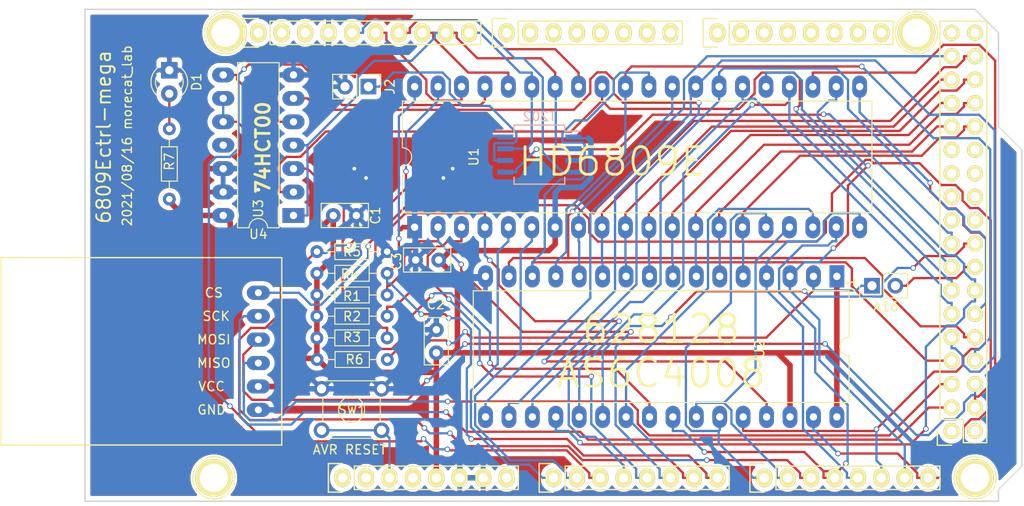
<source format=kicad_pcb>
(kicad_pcb (version 20171130) (host pcbnew "(5.1.9-0-10_14)")
  (title_block (date "mar. 31 mars 2015"))
  (layers (0 F.Cu signal) (31 B.Cu signal) (34 B.Paste user) (35 F.Paste user) (36 B.SilkS user) (37 F.SilkS user) (38 B.Mask user) (39 F.Mask user) (44 Edge.Cuts user))
  (net 0 "")
  (net 1 GND)
  (net 2 +5V)
  (net 3 /IOREF)
  (net 4 /Vin)
  (net 5 /AREF)
  (net 6 "Net-(P8-Pad1)")
  (net 7 "Net-(P10-Pad1)")
  (net 8 "Net-(P11-Pad1)")
  (net 9 "Net-(P13-Pad1)")
  (net 10 "Net-(P2-Pad1)")
  (net 11 +3V3)
  (net 12 "Net-(D1-Pad2)")
  (net 13 "Net-(J1-Pad1)")
  (net 14 A16)
  (net 15 SCK)
  (net 16 SS)
  (net 17 MISO)
  (net 18 MOSI)
  (net 19 D1)
  (net 20 D0)
  (net 21 D3)
  (net 22 D2)
  (net 23 D5)
  (net 24 D4)
  (net 25 D7)
  (net 26 D6)
  (net 27 RW)
  (net 28 RAME)
  (net 29 A9)
  (net 30 A8)
  (net 31 A11)
  (net 32 A10)
  (net 33 A13)
  (net 34 A12)
  (net 35 A15)
  (net 36 A14)
  (net 37 A6)
  (net 38 A7)
  (net 39 A4)
  (net 40 A5)
  (net 41 A2)
  (net 42 A3)
  (net 43 A0)
  (net 44 A1)
  (net 45 RESET)
  (net 46 IRQ)
  (net 47 NMI)
  (net 48 /PD0)
  (net 49 /PD1)
  (net 50 /PH4)
  (net 51 /PH3)
  (net 52 /PE3)
  (net 53 /PG5)
  (net 54 /PE5)
  (net 55 /PE4)
  (net 56 /PE1)
  (net 57 /PE0)
  (net 58 /PJ1)
  (net 59 /PJ0)
  (net 60 /PH1)
  (net 61 /PH0)
  (net 62 /PD3)
  (net 63 /PD2)
  (net 64 "Net-(U2-Pad24)")
  (net 65 "Net-(U2-Pad29)")
  (net 66 "Net-(U3-Pad5)")
  (net 67 "Net-(U3-Pad11)")
  (net 68 AVR_RESET)
  (net 69 "Net-(P1-Pad1)")
  (net 70 "Net-(P1-Pad2)")
  (net 71 "Net-(P1-Pad35)")
  (net 72 "Net-(P1-Pad36)")
  (net 73 /PD0-1)
  (net 74 /PD1-1)
  (net 75 /PC1)
  (net 76 /PC0)
  (net 77 /PC3)
  (net 78 /PC2)
  (net 79 /PC5)
  (net 80 /PC4)
  (net 81 /PC7)
  (net 82 /PC6)
  (net 83 BS)
  (net 84 BA)
  (net 85 FIRQ)
  (net 86 TSC)
  (net 87 HALT)
  (net 88 LIC)
  (net 89 BUSY)
  (net 90 AVMA)
  (net 91 E)
  (net 92 Q)
  (net 93 "Net-(J2-Pad1)")
  (net 94 CLK_ENABLE)
  (net 95 "Net-(U5-Pad3)")
  (net 96 CLK_SEL)
  (module w6502ctrl-mega:MicroSDCardAdapter (layer F.Cu) (at 122.174 99.06)
    (fp_text reference U4 (at 0 -6.35) (layer F.SilkS))
    (fp_text value MicroCardAdapter)
    (fp_text user GND (at -5.08 12.7) (layer F.SilkS))
    (fp_text user VCC (at -5.08 10.16) (layer F.SilkS))
    (fp_text user MISO (at -4.826 7.62) (layer F.SilkS))
    (fp_text user MOSI (at -4.826 5.08) (layer F.SilkS))
    (fp_text user SCK (at -4.572 2.54) (layer F.SilkS))
    (fp_text user CS (at -4.826 0) (layer F.SilkS))
    (pad 6 thru_hole oval (at 0 12.7) (size 2.5 1.524) (drill 0.762) (layers *.Cu *.Mask) (net 1 GND))
    (pad 5 thru_hole oval (at 0 10.16) (size 2.5 1.524) (drill 0.762) (layers *.Cu *.Mask) (net 2 +5V))
    (pad 4 thru_hole oval (at 0 7.62) (size 2.5 1.524) (drill 0.762) (layers *.Cu *.Mask) (net 17 MISO))
    (pad 3 thru_hole oval (at 0 5.08) (size 2.5 1.524) (drill 0.762) (layers *.Cu *.Mask) (net 18 MOSI))
    (pad 2 thru_hole oval (at 0 2.54) (size 2.5 1.524) (drill 0.762) (layers *.Cu *.Mask) (net 15 SCK))
    (pad 1 thru_hole oval (at 0 0) (size 2.5 1.524) (drill 0.762) (layers *.Cu *.Mask) (net 16 SS))
  )
  (module Buttons_Switches_ThroughHole:SW_TH_Tactile_Omron_B3F-10xx (layer F.Cu) (at 129.032 109.474)
    (fp_text reference SW1 (at 3.302 2.286) (layer F.SilkS))
    (fp_text value SW_MEC_5E hide)
    (pad 4 thru_hole circle (at 6.5 4.5) (size 1.7 1.7) (drill 1) (layers *.Cu *.Mask) (net 68 AVR_RESET))
    (pad 3 thru_hole circle (at 0 4.5) (size 1.7 1.7) (drill 1) (layers *.Cu *.Mask) (net 68 AVR_RESET))
    (pad 2 thru_hole circle (at 6.5 0) (size 1.7 1.7) (drill 1) (layers *.Cu *.Mask) (net 1 GND))
    (pad 1 thru_hole circle (at 0 0) (size 1.7 1.7) (drill 1) (layers *.Cu *.Mask) (net 1 GND))
  )
  (module Pin_Headers:Pin_Header_Straight_1x02_Pitch2.54mm (layer F.Cu) (at 188.722 98.298 90)
    (fp_text reference J1 (at 0 -2.33 90) (layer F.SilkS))
    (fp_text value Conn_01x02_Female hide)
    (pad 1 thru_hole rect (at 0 0 90) (size 1.7 1.7) (drill 1) (layers *.Cu *.Mask) (net 13 "Net-(J1-Pad1)"))
    (pad 2 thru_hole oval (at 0 2.54 90) (size 1.7 1.7) (drill 1) (layers *.Cu *.Mask) (net 14 A16))
  )
  (module Housings_DIP:DIP-14_W7.62mm_LongPads (layer F.Cu) (at 125.984 90.678 180)
    (fp_text reference U3 (at 3.81 0.762 90) (layer F.SilkS))
    (fp_text value 74HC00)
    (pad 1 thru_hole rect (at 0 0 180) (size 2.4 1.6) (drill 0.8) (layers *.Cu *.Mask) (net 91 E))
    (pad 8 thru_hole oval (at 7.62 15.24 180) (size 2.4 1.6) (drill 0.8) (layers *.Cu *.Mask) (net 66 "Net-(U3-Pad5)"))
    (pad 2 thru_hole oval (at 0 2.54 180) (size 2.4 1.6) (drill 0.8) (layers *.Cu *.Mask) (net 27 RW))
    (pad 9 thru_hole oval (at 7.62 12.7 180) (size 2.4 1.6) (drill 0.8) (layers *.Cu *.Mask) (net 27 RW))
    (pad 3 thru_hole oval (at 0 5.08 180) (size 2.4 1.6) (drill 0.8) (layers *.Cu *.Mask) (net 64 "Net-(U2-Pad24)"))
    (pad 10 thru_hole oval (at 7.62 10.16 180) (size 2.4 1.6) (drill 0.8) (layers *.Cu *.Mask) (net 27 RW))
    (pad 4 thru_hole oval (at 0 7.62 180) (size 2.4 1.6) (drill 0.8) (layers *.Cu *.Mask) (net 91 E))
    (pad 11 thru_hole oval (at 7.62 7.62 180) (size 2.4 1.6) (drill 0.8) (layers *.Cu *.Mask) (net 67 "Net-(U3-Pad11)"))
    (pad 5 thru_hole oval (at 0 10.16 180) (size 2.4 1.6) (drill 0.8) (layers *.Cu *.Mask) (net 66 "Net-(U3-Pad5)"))
    (pad 12 thru_hole oval (at 7.62 5.08 180) (size 2.4 1.6) (drill 0.8) (layers *.Cu *.Mask) (net 1 GND))
    (pad 6 thru_hole oval (at 0 12.7 180) (size 2.4 1.6) (drill 0.8) (layers *.Cu *.Mask) (net 65 "Net-(U2-Pad29)"))
    (pad 13 thru_hole oval (at 7.62 2.54 180) (size 2.4 1.6) (drill 0.8) (layers *.Cu *.Mask) (net 1 GND))
    (pad 7 thru_hole oval (at 0 15.24 180) (size 2.4 1.6) (drill 0.8) (layers *.Cu *.Mask) (net 1 GND))
    (pad 14 thru_hole oval (at 7.62 0 180) (size 2.4 1.6) (drill 0.8) (layers *.Cu *.Mask) (net 2 +5V))
  )
  (module Resistors_ThroughHole:R_Axial_DIN0204_L3.6mm_D1.6mm_P7.62mm_Horizontal (layer F.Cu) (at 112.522 88.9 90)
    (fp_text reference R7 (at 4.064 0 90) (layer F.SilkS))
    (fp_text value 1k)
    (pad 1 thru_hole circle (at 0 0 90) (size 1.4 1.4) (drill 0.7) (layers *.Cu *.Mask) (net 2 +5V))
    (pad 2 thru_hole oval (at 7.62 0 90) (size 1.4 1.4) (drill 0.7) (layers *.Cu *.Mask) (net 12 "Net-(D1-Pad2)"))
  )
  (module Resistors_ThroughHole:R_Axial_DIN0204_L3.6mm_D1.6mm_P7.62mm_Horizontal (layer F.Cu) (at 136.164 106.3 180)
    (fp_text reference R6 (at 3.556 0) (layer F.SilkS))
    (fp_text value 10k)
    (pad 1 thru_hole circle (at 0 0 180) (size 1.4 1.4) (drill 0.7) (layers *.Cu *.Mask) (net 13 "Net-(J1-Pad1)"))
    (pad 2 thru_hole oval (at 7.62 0 180) (size 1.4 1.4) (drill 0.7) (layers *.Cu *.Mask) (net 2 +5V))
  )
  (module Resistors_ThroughHole:R_Axial_DIN0204_L3.6mm_D1.6mm_P7.62mm_Horizontal (layer F.Cu) (at 128.524 103.95)
    (fp_text reference R3 (at 3.81 -0.064) (layer F.SilkS))
    (fp_text value 10k)
    (pad 1 thru_hole circle (at 0 0) (size 1.4 1.4) (drill 0.7) (layers *.Cu *.Mask) (net 2 +5V))
    (pad 2 thru_hole oval (at 7.62 0) (size 1.4 1.4) (drill 0.7) (layers *.Cu *.Mask) (net 85 FIRQ))
  )
  (module Resistors_ThroughHole:R_Axial_DIN0204_L3.6mm_D1.6mm_P7.62mm_Horizontal (layer F.Cu) (at 128.524 101.6)
    (fp_text reference R2 (at 3.81 0.03175) (layer F.SilkS))
    (fp_text value 10k)
    (pad 1 thru_hole circle (at 0 0) (size 1.4 1.4) (drill 0.7) (layers *.Cu *.Mask) (net 2 +5V))
    (pad 2 thru_hole oval (at 7.62 0) (size 1.4 1.4) (drill 0.7) (layers *.Cu *.Mask) (net 46 IRQ))
  )
  (module Resistors_ThroughHole:R_Axial_DIN0204_L3.6mm_D1.6mm_P7.62mm_Horizontal (layer F.Cu) (at 128.524 99.3)
    (fp_text reference R1 (at 3.81 0.127) (layer F.SilkS))
    (fp_text value 10k)
    (pad 1 thru_hole circle (at 0 0) (size 1.4 1.4) (drill 0.7) (layers *.Cu *.Mask) (net 2 +5V))
    (pad 2 thru_hole oval (at 7.62 0) (size 1.4 1.4) (drill 0.7) (layers *.Cu *.Mask) (net 47 NMI))
  )
  (module LEDs:LED_D3.0mm (layer F.Cu) (at 112.522 74.93 270)
    (fp_text reference D1 (at 1.27 -2.96 90) (layer F.SilkS))
    (fp_text value LED)
    (pad 1 thru_hole rect (at 0 0 270) (size 1.8 1.8) (drill 0.9) (layers *.Cu *.Mask) (net 1 GND))
    (pad 2 thru_hole circle (at 2.54 0 270) (size 1.8 1.8) (drill 0.9) (layers *.Cu *.Mask) (net 12 "Net-(D1-Pad2)"))
  )
  (module Capacitors_ThroughHole:C_Disc_D5.0mm_W2.5mm_P2.50mm (layer F.Cu) (at 141.732 95.504 180)
    (fp_text reference C3 (at 4.572 -0.15875 90) (layer F.SilkS))
    (fp_text value 100nF hide)
    (pad 1 thru_hole circle (at 0 0 180) (size 1.6 1.6) (drill 0.8) (layers *.Cu *.Mask) (net 2 +5V))
    (pad 2 thru_hole circle (at 2.5 0 180) (size 1.6 1.6) (drill 0.8) (layers *.Cu *.Mask) (net 1 GND))
  )
  (module Capacitors_ThroughHole:C_Disc_D5.0mm_W2.5mm_P2.50mm (layer F.Cu) (at 141.478 105.569 90)
    (fp_text reference C2 (at 5.23875 -0.0635) (layer F.SilkS))
    (fp_text value 100nF hide)
    (pad 1 thru_hole circle (at 0 0 90) (size 1.6 1.6) (drill 0.8) (layers *.Cu *.Mask) (net 2 +5V))
    (pad 2 thru_hole circle (at 2.5 0 90) (size 1.6 1.6) (drill 0.8) (layers *.Cu *.Mask) (net 1 GND))
  )
  (module Capacitors_ThroughHole:C_Disc_D5.0mm_W2.5mm_P2.50mm (layer F.Cu) (at 130.302 90.678)
    (fp_text reference C1 (at 4.572 0 90) (layer F.SilkS))
    (fp_text value 100nF hide)
    (pad 1 thru_hole circle (at 0 0) (size 1.6 1.6) (drill 0.8) (layers *.Cu *.Mask) (net 2 +5V))
    (pad 2 thru_hole circle (at 2.5 0) (size 1.6 1.6) (drill 0.8) (layers *.Cu *.Mask) (net 1 GND))
  )
  (module Socket_Arduino_Mega:Socket_Strip_Arduino_2x18 (layer F.Cu) (at 197.358 114.046 90)
    (fp_text reference P1 hide)
    (fp_text value Digital hide)
    (pad 1 thru_hole circle (at 0 0 90) (size 1.7272 1.7272) (drill 1.016) (layers *.Cu *.Mask F.SilkS) (net 69 "Net-(P1-Pad1)"))
    (pad 2 thru_hole oval (at 0 2.54 90) (size 1.7272 1.7272) (drill 1.016) (layers *.Cu *.Mask F.SilkS) (net 70 "Net-(P1-Pad2)"))
    (pad 3 thru_hole oval (at 2.54 0 90) (size 1.7272 1.7272) (drill 1.016) (layers *.Cu *.Mask F.SilkS) (net 15 SCK))
    (pad 4 thru_hole oval (at 2.54 2.54 90) (size 1.7272 1.7272) (drill 1.016) (layers *.Cu *.Mask F.SilkS) (net 16 SS))
    (pad 5 thru_hole oval (at 5.08 0 90) (size 1.7272 1.7272) (drill 1.016) (layers *.Cu *.Mask F.SilkS) (net 17 MISO))
    (pad 6 thru_hole oval (at 5.08 2.54 90) (size 1.7272 1.7272) (drill 1.016) (layers *.Cu *.Mask F.SilkS) (net 18 MOSI))
    (pad 7 thru_hole oval (at 7.62 0 90) (size 1.7272 1.7272) (drill 1.016) (layers *.Cu *.Mask F.SilkS) (net 19 D1))
    (pad 8 thru_hole oval (at 7.62 2.54 90) (size 1.7272 1.7272) (drill 1.016) (layers *.Cu *.Mask F.SilkS) (net 20 D0))
    (pad 9 thru_hole oval (at 10.16 0 90) (size 1.7272 1.7272) (drill 1.016) (layers *.Cu *.Mask F.SilkS) (net 21 D3))
    (pad 10 thru_hole oval (at 10.16 2.54 90) (size 1.7272 1.7272) (drill 1.016) (layers *.Cu *.Mask F.SilkS) (net 22 D2))
    (pad 11 thru_hole oval (at 12.7 0 90) (size 1.7272 1.7272) (drill 1.016) (layers *.Cu *.Mask F.SilkS) (net 23 D5))
    (pad 12 thru_hole oval (at 12.7 2.54 90) (size 1.7272 1.7272) (drill 1.016) (layers *.Cu *.Mask F.SilkS) (net 24 D4))
    (pad 13 thru_hole oval (at 15.24 0 90) (size 1.7272 1.7272) (drill 1.016) (layers *.Cu *.Mask F.SilkS) (net 25 D7))
    (pad 14 thru_hole oval (at 15.24 2.54 90) (size 1.7272 1.7272) (drill 1.016) (layers *.Cu *.Mask F.SilkS) (net 26 D6))
    (pad 15 thru_hole oval (at 17.78 0 90) (size 1.7272 1.7272) (drill 1.016) (layers *.Cu *.Mask F.SilkS) (net 27 RW))
    (pad 16 thru_hole oval (at 17.78 2.54 90) (size 1.7272 1.7272) (drill 1.016) (layers *.Cu *.Mask F.SilkS) (net 14 A16))
    (pad 17 thru_hole oval (at 20.32 0 90) (size 1.7272 1.7272) (drill 1.016) (layers *.Cu *.Mask F.SilkS) (net 96 CLK_SEL))
    (pad 18 thru_hole oval (at 20.32 2.54 90) (size 1.7272 1.7272) (drill 1.016) (layers *.Cu *.Mask F.SilkS) (net 28 RAME))
    (pad 19 thru_hole oval (at 22.86 0 90) (size 1.7272 1.7272) (drill 1.016) (layers *.Cu *.Mask F.SilkS) (net 75 /PC1))
    (pad 20 thru_hole oval (at 22.86 2.54 90) (size 1.7272 1.7272) (drill 1.016) (layers *.Cu *.Mask F.SilkS) (net 76 /PC0))
    (pad 21 thru_hole oval (at 25.4 0 90) (size 1.7272 1.7272) (drill 1.016) (layers *.Cu *.Mask F.SilkS) (net 77 /PC3))
    (pad 22 thru_hole oval (at 25.4 2.54 90) (size 1.7272 1.7272) (drill 1.016) (layers *.Cu *.Mask F.SilkS) (net 78 /PC2))
    (pad 23 thru_hole oval (at 27.94 0 90) (size 1.7272 1.7272) (drill 1.016) (layers *.Cu *.Mask F.SilkS) (net 79 /PC5))
    (pad 24 thru_hole oval (at 27.94 2.54 90) (size 1.7272 1.7272) (drill 1.016) (layers *.Cu *.Mask F.SilkS) (net 80 /PC4))
    (pad 25 thru_hole oval (at 30.48 0 90) (size 1.7272 1.7272) (drill 1.016) (layers *.Cu *.Mask F.SilkS) (net 81 /PC7))
    (pad 26 thru_hole oval (at 30.48 2.54 90) (size 1.7272 1.7272) (drill 1.016) (layers *.Cu *.Mask F.SilkS) (net 82 /PC6))
    (pad 27 thru_hole oval (at 33.02 0 90) (size 1.7272 1.7272) (drill 1.016) (layers *.Cu *.Mask F.SilkS) (net 37 A6))
    (pad 28 thru_hole oval (at 33.02 2.54 90) (size 1.7272 1.7272) (drill 1.016) (layers *.Cu *.Mask F.SilkS) (net 38 A7))
    (pad 29 thru_hole oval (at 35.56 0 90) (size 1.7272 1.7272) (drill 1.016) (layers *.Cu *.Mask F.SilkS) (net 39 A4))
    (pad 30 thru_hole oval (at 35.56 2.54 90) (size 1.7272 1.7272) (drill 1.016) (layers *.Cu *.Mask F.SilkS) (net 40 A5))
    (pad 31 thru_hole oval (at 38.1 0 90) (size 1.7272 1.7272) (drill 1.016) (layers *.Cu *.Mask F.SilkS) (net 41 A2))
    (pad 32 thru_hole oval (at 38.1 2.54 90) (size 1.7272 1.7272) (drill 1.016) (layers *.Cu *.Mask F.SilkS) (net 42 A3))
    (pad 33 thru_hole oval (at 40.64 0 90) (size 1.7272 1.7272) (drill 1.016) (layers *.Cu *.Mask F.SilkS) (net 43 A0))
    (pad 34 thru_hole oval (at 40.64 2.54 90) (size 1.7272 1.7272) (drill 1.016) (layers *.Cu *.Mask F.SilkS) (net 44 A1))
    (pad 35 thru_hole oval (at 43.18 0 90) (size 1.7272 1.7272) (drill 1.016) (layers *.Cu *.Mask F.SilkS) (net 71 "Net-(P1-Pad35)"))
    (pad 36 thru_hole oval (at 43.18 2.54 90) (size 1.7272 1.7272) (drill 1.016) (layers *.Cu *.Mask F.SilkS) (net 72 "Net-(P1-Pad36)"))
  )
  (module Socket_Arduino_Mega:Socket_Strip_Arduino_1x08 (layer F.Cu) (at 131.318 119.126)
    (fp_text reference P2 hide)
    (fp_text value Power hide)
    (pad 1 thru_hole oval (at 0 0) (size 1.7272 2.032) (drill 1.016) (layers *.Cu *.Mask F.SilkS) (net 10 "Net-(P2-Pad1)"))
    (pad 2 thru_hole oval (at 2.54 0) (size 1.7272 2.032) (drill 1.016) (layers *.Cu *.Mask F.SilkS) (net 3 /IOREF))
    (pad 3 thru_hole oval (at 5.08 0) (size 1.7272 2.032) (drill 1.016) (layers *.Cu *.Mask F.SilkS) (net 68 AVR_RESET))
    (pad 4 thru_hole oval (at 7.62 0) (size 1.7272 2.032) (drill 1.016) (layers *.Cu *.Mask F.SilkS) (net 11 +3V3))
    (pad 5 thru_hole oval (at 10.16 0) (size 1.7272 2.032) (drill 1.016) (layers *.Cu *.Mask F.SilkS) (net 2 +5V))
    (pad 6 thru_hole oval (at 12.7 0) (size 1.7272 2.032) (drill 1.016) (layers *.Cu *.Mask F.SilkS) (net 1 GND))
    (pad 7 thru_hole oval (at 15.24 0) (size 1.7272 2.032) (drill 1.016) (layers *.Cu *.Mask F.SilkS) (net 1 GND))
    (pad 8 thru_hole oval (at 17.78 0) (size 1.7272 2.032) (drill 1.016) (layers *.Cu *.Mask F.SilkS) (net 4 /Vin))
  )
  (module Socket_Arduino_Mega:Socket_Strip_Arduino_1x08 (layer F.Cu) (at 154.178 119.126)
    (fp_text reference P3 hide)
    (fp_text value Analog hide)
    (pad 1 thru_hole oval (at 0 0) (size 1.7272 2.032) (drill 1.016) (layers *.Cu *.Mask F.SilkS) (net 83 BS))
    (pad 2 thru_hole oval (at 2.54 0) (size 1.7272 2.032) (drill 1.016) (layers *.Cu *.Mask F.SilkS) (net 84 BA))
    (pad 3 thru_hole oval (at 5.08 0) (size 1.7272 2.032) (drill 1.016) (layers *.Cu *.Mask F.SilkS) (net 45 RESET))
    (pad 4 thru_hole oval (at 7.62 0) (size 1.7272 2.032) (drill 1.016) (layers *.Cu *.Mask F.SilkS) (net 85 FIRQ))
    (pad 5 thru_hole oval (at 10.16 0) (size 1.7272 2.032) (drill 1.016) (layers *.Cu *.Mask F.SilkS) (net 46 IRQ))
    (pad 6 thru_hole oval (at 12.7 0) (size 1.7272 2.032) (drill 1.016) (layers *.Cu *.Mask F.SilkS) (net 47 NMI))
    (pad 7 thru_hole oval (at 15.24 0) (size 1.7272 2.032) (drill 1.016) (layers *.Cu *.Mask F.SilkS) (net 86 TSC))
    (pad 8 thru_hole oval (at 17.78 0) (size 1.7272 2.032) (drill 1.016) (layers *.Cu *.Mask F.SilkS) (net 87 HALT))
  )
  (module Socket_Arduino_Mega:Socket_Strip_Arduino_1x08 (layer F.Cu) (at 177.038 119.126)
    (fp_text reference P4 hide)
    (fp_text value Analog hide)
    (pad 1 thru_hole oval (at 0 0) (size 1.7272 2.032) (drill 1.016) (layers *.Cu *.Mask F.SilkS) (net 30 A8))
    (pad 2 thru_hole oval (at 2.54 0) (size 1.7272 2.032) (drill 1.016) (layers *.Cu *.Mask F.SilkS) (net 29 A9))
    (pad 3 thru_hole oval (at 5.08 0) (size 1.7272 2.032) (drill 1.016) (layers *.Cu *.Mask F.SilkS) (net 32 A10))
    (pad 4 thru_hole oval (at 7.62 0) (size 1.7272 2.032) (drill 1.016) (layers *.Cu *.Mask F.SilkS) (net 31 A11))
    (pad 5 thru_hole oval (at 10.16 0) (size 1.7272 2.032) (drill 1.016) (layers *.Cu *.Mask F.SilkS) (net 34 A12))
    (pad 6 thru_hole oval (at 12.7 0) (size 1.7272 2.032) (drill 1.016) (layers *.Cu *.Mask F.SilkS) (net 33 A13))
    (pad 7 thru_hole oval (at 15.24 0) (size 1.7272 2.032) (drill 1.016) (layers *.Cu *.Mask F.SilkS) (net 36 A14))
    (pad 8 thru_hole oval (at 17.78 0) (size 1.7272 2.032) (drill 1.016) (layers *.Cu *.Mask F.SilkS) (net 35 A15))
  )
  (module Socket_Arduino_Mega:Socket_Strip_Arduino_1x10 (layer F.Cu) (at 122.174 70.866)
    (fp_text reference P5 hide)
    (fp_text value PWM hide)
    (pad 1 thru_hole oval (at 0 0) (size 1.7272 2.032) (drill 1.016) (layers *.Cu *.Mask F.SilkS) (net 73 /PD0-1))
    (pad 2 thru_hole oval (at 2.54 0) (size 1.7272 2.032) (drill 1.016) (layers *.Cu *.Mask F.SilkS) (net 74 /PD1-1))
    (pad 3 thru_hole oval (at 5.08 0) (size 1.7272 2.032) (drill 1.016) (layers *.Cu *.Mask F.SilkS) (net 5 /AREF))
    (pad 4 thru_hole oval (at 7.62 0) (size 1.7272 2.032) (drill 1.016) (layers *.Cu *.Mask F.SilkS) (net 1 GND))
    (pad 5 thru_hole oval (at 10.16 0) (size 1.7272 2.032) (drill 1.016) (layers *.Cu *.Mask F.SilkS) (net 94 CLK_ENABLE))
    (pad 6 thru_hole oval (at 12.7 0) (size 1.7272 2.032) (drill 1.016) (layers *.Cu *.Mask F.SilkS) (net 88 LIC))
    (pad 7 thru_hole oval (at 15.24 0) (size 1.7272 2.032) (drill 1.016) (layers *.Cu *.Mask F.SilkS) (net 89 BUSY))
    (pad 8 thru_hole oval (at 17.78 0) (size 1.7272 2.032) (drill 1.016) (layers *.Cu *.Mask F.SilkS) (net 90 AVMA))
    (pad 9 thru_hole oval (at 20.32 0) (size 1.7272 2.032) (drill 1.016) (layers *.Cu *.Mask F.SilkS) (net 91 E))
    (pad 10 thru_hole oval (at 22.86 0) (size 1.7272 2.032) (drill 1.016) (layers *.Cu *.Mask F.SilkS) (net 92 Q))
  )
  (module Socket_Arduino_Mega:Socket_Strip_Arduino_1x08 (layer F.Cu) (at 149.098 70.866)
    (fp_text reference P6 hide)
    (fp_text value PWM hide)
    (pad 1 thru_hole oval (at 0 0) (size 1.7272 2.032) (drill 1.016) (layers *.Cu *.Mask F.SilkS) (net 50 /PH4))
    (pad 2 thru_hole oval (at 2.54 0) (size 1.7272 2.032) (drill 1.016) (layers *.Cu *.Mask F.SilkS) (net 51 /PH3))
    (pad 3 thru_hole oval (at 5.08 0) (size 1.7272 2.032) (drill 1.016) (layers *.Cu *.Mask F.SilkS) (net 52 /PE3))
    (pad 4 thru_hole oval (at 7.62 0) (size 1.7272 2.032) (drill 1.016) (layers *.Cu *.Mask F.SilkS) (net 53 /PG5))
    (pad 5 thru_hole oval (at 10.16 0) (size 1.7272 2.032) (drill 1.016) (layers *.Cu *.Mask F.SilkS) (net 54 /PE5))
    (pad 6 thru_hole oval (at 12.7 0) (size 1.7272 2.032) (drill 1.016) (layers *.Cu *.Mask F.SilkS) (net 55 /PE4))
    (pad 7 thru_hole oval (at 15.24 0) (size 1.7272 2.032) (drill 1.016) (layers *.Cu *.Mask F.SilkS) (net 56 /PE1))
    (pad 8 thru_hole oval (at 17.78 0) (size 1.7272 2.032) (drill 1.016) (layers *.Cu *.Mask F.SilkS) (net 57 /PE0))
  )
  (module Socket_Arduino_Mega:Socket_Strip_Arduino_1x08 (layer F.Cu) (at 171.958 70.866)
    (fp_text reference P7 hide)
    (fp_text value Communication hide)
    (pad 1 thru_hole oval (at 0 0) (size 1.7272 2.032) (drill 1.016) (layers *.Cu *.Mask F.SilkS) (net 58 /PJ1))
    (pad 2 thru_hole oval (at 2.54 0) (size 1.7272 2.032) (drill 1.016) (layers *.Cu *.Mask F.SilkS) (net 59 /PJ0))
    (pad 3 thru_hole oval (at 5.08 0) (size 1.7272 2.032) (drill 1.016) (layers *.Cu *.Mask F.SilkS) (net 60 /PH1))
    (pad 4 thru_hole oval (at 7.62 0) (size 1.7272 2.032) (drill 1.016) (layers *.Cu *.Mask F.SilkS) (net 61 /PH0))
    (pad 5 thru_hole oval (at 10.16 0) (size 1.7272 2.032) (drill 1.016) (layers *.Cu *.Mask F.SilkS) (net 62 /PD3))
    (pad 6 thru_hole oval (at 12.7 0) (size 1.7272 2.032) (drill 1.016) (layers *.Cu *.Mask F.SilkS) (net 63 /PD2))
    (pad 7 thru_hole oval (at 15.24 0) (size 1.7272 2.032) (drill 1.016) (layers *.Cu *.Mask F.SilkS) (net 49 /PD1))
    (pad 8 thru_hole oval (at 17.78 0) (size 1.7272 2.032) (drill 1.016) (layers *.Cu *.Mask F.SilkS) (net 48 /PD0))
  )
  (module Socket_Arduino_Mega:Arduino_1pin (layer F.Cu) (at 117.348 119.126)
    (fp_text reference P8 hide)
    (fp_text value CONN_01X01 hide)
    (pad 1 thru_hole circle (at 0 0) (size 4.064 4.064) (drill 3.048) (layers *.Cu *.Mask F.SilkS) (net 6 "Net-(P8-Pad1)"))
  )
  (module Socket_Arduino_Mega:Arduino_1pin (layer F.Cu) (at 199.898 119.126)
    (fp_text reference P10 hide)
    (fp_text value CONN_01X01 hide)
    (pad 1 thru_hole circle (at 0 0) (size 4.064 4.064) (drill 3.048) (layers *.Cu *.Mask F.SilkS) (net 7 "Net-(P10-Pad1)"))
  )
  (module Socket_Arduino_Mega:Arduino_1pin (layer F.Cu) (at 118.618 70.866)
    (fp_text reference P11 hide)
    (fp_text value CONN_01X01 hide)
    (pad 1 thru_hole circle (at 0 0) (size 4.064 4.064) (drill 3.048) (layers *.Cu *.Mask F.SilkS) (net 8 "Net-(P11-Pad1)"))
  )
  (module Socket_Arduino_Mega:Arduino_1pin (layer F.Cu) (at 193.548 70.866)
    (fp_text reference P13 hide)
    (fp_text value CONN_01X01 hide)
    (pad 1 thru_hole circle (at 0 0) (size 4.064 4.064) (drill 3.048) (layers *.Cu *.Mask F.SilkS) (net 9 "Net-(P13-Pad1)"))
  )
  (module Resistors_ThroughHole:R_Axial_DIN0204_L3.6mm_D1.6mm_P7.62mm_Horizontal (layer F.Cu) (at 128.524 96.95)
    (fp_text reference R4 (at 3.556 0.078) (layer F.SilkS))
    (fp_text value 10k)
    (pad 1 thru_hole circle (at 0 0) (size 1.4 1.4) (drill 0.7) (layers *.Cu *.Mask) (net 2 +5V))
    (pad 2 thru_hole oval (at 7.62 0) (size 1.4 1.4) (drill 0.7) (layers *.Cu *.Mask) (net 87 HALT))
  )
  (module Resistors_ThroughHole:R_Axial_DIN0204_L3.6mm_D1.6mm_P7.62mm_Horizontal (layer F.Cu) (at 136.144 94.6 180)
    (fp_text reference R5 (at 3.81 0) (layer F.SilkS))
    (fp_text value 10k)
    (pad 2 thru_hole oval (at 7.62 0 180) (size 1.4 1.4) (drill 0.7) (layers *.Cu *.Mask) (net 86 TSC))
    (pad 1 thru_hole circle (at 0 0 180) (size 1.4 1.4) (drill 0.7) (layers *.Cu *.Mask) (net 1 GND))
  )
  (module Housings_DIP:DIP-40_W15.24mm_LongPads (layer F.Cu) (at 139.125 91.948 90)
    (fp_text reference U1 (at 7.62 6.417 90) (layer F.SilkS))
    (fp_text value MC6809E)
    (pad 40 thru_hole oval (at 15.24 0 90) (size 2.4 1.6) (drill 0.8) (layers *.Cu *.Mask) (net 87 HALT))
    (pad 20 thru_hole oval (at 0 48.26 90) (size 2.4 1.6) (drill 0.8) (layers *.Cu *.Mask) (net 34 A12))
    (pad 39 thru_hole oval (at 15.24 2.54 90) (size 2.4 1.6) (drill 0.8) (layers *.Cu *.Mask) (net 86 TSC))
    (pad 19 thru_hole oval (at 0 45.72 90) (size 2.4 1.6) (drill 0.8) (layers *.Cu *.Mask) (net 31 A11))
    (pad 38 thru_hole oval (at 15.24 5.08 90) (size 2.4 1.6) (drill 0.8) (layers *.Cu *.Mask) (net 88 LIC))
    (pad 18 thru_hole oval (at 0 43.18 90) (size 2.4 1.6) (drill 0.8) (layers *.Cu *.Mask) (net 32 A10))
    (pad 37 thru_hole oval (at 15.24 7.62 90) (size 2.4 1.6) (drill 0.8) (layers *.Cu *.Mask) (net 45 RESET))
    (pad 17 thru_hole oval (at 0 40.64 90) (size 2.4 1.6) (drill 0.8) (layers *.Cu *.Mask) (net 29 A9))
    (pad 36 thru_hole oval (at 15.24 10.16 90) (size 2.4 1.6) (drill 0.8) (layers *.Cu *.Mask) (net 90 AVMA))
    (pad 16 thru_hole oval (at 0 38.1 90) (size 2.4 1.6) (drill 0.8) (layers *.Cu *.Mask) (net 30 A8))
    (pad 35 thru_hole oval (at 15.24 12.7 90) (size 2.4 1.6) (drill 0.8) (layers *.Cu *.Mask) (net 92 Q))
    (pad 15 thru_hole oval (at 0 35.56 90) (size 2.4 1.6) (drill 0.8) (layers *.Cu *.Mask) (net 38 A7))
    (pad 34 thru_hole oval (at 15.24 15.24 90) (size 2.4 1.6) (drill 0.8) (layers *.Cu *.Mask) (net 91 E))
    (pad 14 thru_hole oval (at 0 33.02 90) (size 2.4 1.6) (drill 0.8) (layers *.Cu *.Mask) (net 37 A6))
    (pad 33 thru_hole oval (at 15.24 17.78 90) (size 2.4 1.6) (drill 0.8) (layers *.Cu *.Mask) (net 89 BUSY))
    (pad 13 thru_hole oval (at 0 30.48 90) (size 2.4 1.6) (drill 0.8) (layers *.Cu *.Mask) (net 40 A5))
    (pad 32 thru_hole oval (at 15.24 20.32 90) (size 2.4 1.6) (drill 0.8) (layers *.Cu *.Mask) (net 27 RW))
    (pad 12 thru_hole oval (at 0 27.94 90) (size 2.4 1.6) (drill 0.8) (layers *.Cu *.Mask) (net 39 A4))
    (pad 31 thru_hole oval (at 15.24 22.86 90) (size 2.4 1.6) (drill 0.8) (layers *.Cu *.Mask) (net 20 D0))
    (pad 11 thru_hole oval (at 0 25.4 90) (size 2.4 1.6) (drill 0.8) (layers *.Cu *.Mask) (net 42 A3))
    (pad 30 thru_hole oval (at 15.24 25.4 90) (size 2.4 1.6) (drill 0.8) (layers *.Cu *.Mask) (net 19 D1))
    (pad 10 thru_hole oval (at 0 22.86 90) (size 2.4 1.6) (drill 0.8) (layers *.Cu *.Mask) (net 41 A2))
    (pad 29 thru_hole oval (at 15.24 27.94 90) (size 2.4 1.6) (drill 0.8) (layers *.Cu *.Mask) (net 22 D2))
    (pad 9 thru_hole oval (at 0 20.32 90) (size 2.4 1.6) (drill 0.8) (layers *.Cu *.Mask) (net 44 A1))
    (pad 28 thru_hole oval (at 15.24 30.48 90) (size 2.4 1.6) (drill 0.8) (layers *.Cu *.Mask) (net 21 D3))
    (pad 8 thru_hole oval (at 0 17.78 90) (size 2.4 1.6) (drill 0.8) (layers *.Cu *.Mask) (net 43 A0))
    (pad 27 thru_hole oval (at 15.24 33.02 90) (size 2.4 1.6) (drill 0.8) (layers *.Cu *.Mask) (net 24 D4))
    (pad 7 thru_hole oval (at 0 15.24 90) (size 2.4 1.6) (drill 0.8) (layers *.Cu *.Mask) (net 2 +5V))
    (pad 26 thru_hole oval (at 15.24 35.56 90) (size 2.4 1.6) (drill 0.8) (layers *.Cu *.Mask) (net 23 D5))
    (pad 6 thru_hole oval (at 0 12.7 90) (size 2.4 1.6) (drill 0.8) (layers *.Cu *.Mask) (net 84 BA))
    (pad 25 thru_hole oval (at 15.24 38.1 90) (size 2.4 1.6) (drill 0.8) (layers *.Cu *.Mask) (net 26 D6))
    (pad 5 thru_hole oval (at 0 10.16 90) (size 2.4 1.6) (drill 0.8) (layers *.Cu *.Mask) (net 83 BS))
    (pad 24 thru_hole oval (at 15.24 40.64 90) (size 2.4 1.6) (drill 0.8) (layers *.Cu *.Mask) (net 25 D7))
    (pad 4 thru_hole oval (at 0 7.62 90) (size 2.4 1.6) (drill 0.8) (layers *.Cu *.Mask) (net 85 FIRQ))
    (pad 23 thru_hole oval (at 15.24 43.18 90) (size 2.4 1.6) (drill 0.8) (layers *.Cu *.Mask) (net 35 A15))
    (pad 3 thru_hole oval (at 0 5.08 90) (size 2.4 1.6) (drill 0.8) (layers *.Cu *.Mask) (net 46 IRQ))
    (pad 22 thru_hole oval (at 15.24 45.72 90) (size 2.4 1.6) (drill 0.8) (layers *.Cu *.Mask) (net 36 A14))
    (pad 2 thru_hole oval (at 0 2.54 90) (size 2.4 1.6) (drill 0.8) (layers *.Cu *.Mask) (net 47 NMI))
    (pad 21 thru_hole oval (at 15.24 48.26 90) (size 2.4 1.6) (drill 0.8) (layers *.Cu *.Mask) (net 33 A13))
    (pad 1 thru_hole rect (at 0 0 90) (size 2.4 1.6) (drill 0.8) (layers *.Cu *.Mask) (net 1 GND))
  )
  (module Housings_DIP:DIP-32_W15.24mm_LongPads (layer F.Cu) (at 184.912 97.282 270)
    (fp_text reference U2 (at 7.874 8.382 90) (layer F.SilkS))
    (fp_text value AS6C4008)
    (pad 32 thru_hole oval (at 15.24 0 270) (size 2.4 1.6) (drill 0.8) (layers *.Cu *.Mask) (net 2 +5V))
    (pad 16 thru_hole oval (at 0 38.1 270) (size 2.4 1.6) (drill 0.8) (layers *.Cu *.Mask) (net 1 GND))
    (pad 31 thru_hole oval (at 15.24 2.54 270) (size 2.4 1.6) (drill 0.8) (layers *.Cu *.Mask) (net 35 A15))
    (pad 15 thru_hole oval (at 0 35.56 270) (size 2.4 1.6) (drill 0.8) (layers *.Cu *.Mask) (net 22 D2))
    (pad 30 thru_hole oval (at 15.24 5.08 270) (size 2.4 1.6) (drill 0.8) (layers *.Cu *.Mask) (net 2 +5V))
    (pad 14 thru_hole oval (at 0 33.02 270) (size 2.4 1.6) (drill 0.8) (layers *.Cu *.Mask) (net 19 D1))
    (pad 29 thru_hole oval (at 15.24 7.62 270) (size 2.4 1.6) (drill 0.8) (layers *.Cu *.Mask) (net 65 "Net-(U2-Pad29)"))
    (pad 13 thru_hole oval (at 0 30.48 270) (size 2.4 1.6) (drill 0.8) (layers *.Cu *.Mask) (net 20 D0))
    (pad 28 thru_hole oval (at 15.24 10.16 270) (size 2.4 1.6) (drill 0.8) (layers *.Cu *.Mask) (net 33 A13))
    (pad 12 thru_hole oval (at 0 27.94 270) (size 2.4 1.6) (drill 0.8) (layers *.Cu *.Mask) (net 43 A0))
    (pad 27 thru_hole oval (at 15.24 12.7 270) (size 2.4 1.6) (drill 0.8) (layers *.Cu *.Mask) (net 30 A8))
    (pad 11 thru_hole oval (at 0 25.4 270) (size 2.4 1.6) (drill 0.8) (layers *.Cu *.Mask) (net 44 A1))
    (pad 26 thru_hole oval (at 15.24 15.24 270) (size 2.4 1.6) (drill 0.8) (layers *.Cu *.Mask) (net 29 A9))
    (pad 10 thru_hole oval (at 0 22.86 270) (size 2.4 1.6) (drill 0.8) (layers *.Cu *.Mask) (net 41 A2))
    (pad 25 thru_hole oval (at 15.24 17.78 270) (size 2.4 1.6) (drill 0.8) (layers *.Cu *.Mask) (net 31 A11))
    (pad 9 thru_hole oval (at 0 20.32 270) (size 2.4 1.6) (drill 0.8) (layers *.Cu *.Mask) (net 42 A3))
    (pad 24 thru_hole oval (at 15.24 20.32 270) (size 2.4 1.6) (drill 0.8) (layers *.Cu *.Mask) (net 64 "Net-(U2-Pad24)"))
    (pad 8 thru_hole oval (at 0 17.78 270) (size 2.4 1.6) (drill 0.8) (layers *.Cu *.Mask) (net 39 A4))
    (pad 23 thru_hole oval (at 15.24 22.86 270) (size 2.4 1.6) (drill 0.8) (layers *.Cu *.Mask) (net 32 A10))
    (pad 7 thru_hole oval (at 0 15.24 270) (size 2.4 1.6) (drill 0.8) (layers *.Cu *.Mask) (net 40 A5))
    (pad 22 thru_hole oval (at 15.24 25.4 270) (size 2.4 1.6) (drill 0.8) (layers *.Cu *.Mask) (net 28 RAME))
    (pad 6 thru_hole oval (at 0 12.7 270) (size 2.4 1.6) (drill 0.8) (layers *.Cu *.Mask) (net 37 A6))
    (pad 21 thru_hole oval (at 15.24 27.94 270) (size 2.4 1.6) (drill 0.8) (layers *.Cu *.Mask) (net 25 D7))
    (pad 5 thru_hole oval (at 0 10.16 270) (size 2.4 1.6) (drill 0.8) (layers *.Cu *.Mask) (net 38 A7))
    (pad 20 thru_hole oval (at 15.24 30.48 270) (size 2.4 1.6) (drill 0.8) (layers *.Cu *.Mask) (net 26 D6))
    (pad 4 thru_hole oval (at 0 7.62 270) (size 2.4 1.6) (drill 0.8) (layers *.Cu *.Mask) (net 34 A12))
    (pad 19 thru_hole oval (at 15.24 33.02 270) (size 2.4 1.6) (drill 0.8) (layers *.Cu *.Mask) (net 23 D5))
    (pad 3 thru_hole oval (at 0 5.08 270) (size 2.4 1.6) (drill 0.8) (layers *.Cu *.Mask) (net 36 A14))
    (pad 18 thru_hole oval (at 15.24 35.56 270) (size 2.4 1.6) (drill 0.8) (layers *.Cu *.Mask) (net 24 D4))
    (pad 2 thru_hole oval (at 0 2.54 270) (size 2.4 1.6) (drill 0.8) (layers *.Cu *.Mask) (net 13 "Net-(J1-Pad1)"))
    (pad 17 thru_hole oval (at 15.24 38.1 270) (size 2.4 1.6) (drill 0.8) (layers *.Cu *.Mask) (net 21 D3))
    (pad 1 thru_hole rect (at 0 0 270) (size 2.4 1.6) (drill 0.8) (layers *.Cu *.Mask) (net 2 +5V))
  )
  (module Pin_Headers:Pin_Header_Straight_1x02_Pitch2.54mm (layer F.Cu) (at 134.112 76.708 270)
    (fp_text reference J2 (at 0 -2.33 90) (layer F.SilkS))
    (fp_text value Conn_01x02_Female)
    (pad 2 thru_hole oval (at 0 2.54 270) (size 1.7 1.7) (drill 1) (layers *.Cu *.Mask) (net 1 GND))
    (pad 1 thru_hole rect (at 0 0 270) (size 1.7 1.7) (drill 1) (layers *.Cu *.Mask) (net 93 "Net-(J2-Pad1)"))
  )
  (module Housings_SOIC:SO-8_5.3x6.2mm_Pitch1.27mm (layer B.Cu) (at 152.654 84.074 180)
    (fp_text reference T202 (at 0 4.13 180) (layer B.SilkS) (effects (justify mirror)))
    (fp_text value ATtiny202-SS)
    (pad 8 smd rect (at 3.7 1.905 180) (size 1.75 0.55) (layers B.Cu B.Paste B.Mask) (net 1 GND))
    (pad 7 smd rect (at 3.7 0.635 180) (size 1.75 0.55) (layers B.Cu B.Paste B.Mask) (net 92 Q))
    (pad 6 smd rect (at 3.7 -0.635 180) (size 1.75 0.55) (layers B.Cu B.Paste B.Mask) (net 93 "Net-(J2-Pad1)"))
    (pad 5 smd rect (at 3.7 -1.905 180) (size 1.75 0.55) (layers B.Cu B.Paste B.Mask) (net 96 CLK_SEL))
    (pad 4 smd rect (at -3.7 -1.905 180) (size 1.75 0.55) (layers B.Cu B.Paste B.Mask) (net 94 CLK_ENABLE))
    (pad 3 smd rect (at -3.7 -0.635 180) (size 1.75 0.55) (layers B.Cu B.Paste B.Mask) (net 95 "Net-(U5-Pad3)"))
    (pad 2 smd rect (at -3.7 0.635 180) (size 1.75 0.55) (layers B.Cu B.Paste B.Mask) (net 91 E))
    (pad 1 smd rect (at -3.7 1.905 180) (size 1.75 0.55) (layers B.Cu B.Paste B.Mask) (net 2 +5V))
  )
  (gr_text "2021/08/16 morecat_lab" (at 107.95 82.042 90) (layer F.SilkS) (effects (font (size 1 1))))
  (gr_text 6809Ectrl-mega (at 105.41 72.644 90) (layer F.SilkS) (effects (font (size 1.5 1.5) (thickness 0.2)) (justify right)))
  (gr_text A16 (at 190.246 100.584) (layer F.SilkS) (effects (font (size 1 1))))
  (gr_text 74HCT00 (at 122.682 83.312 90) (layer F.SilkS) (effects (font (size 1.5 1.5) (thickness 0.3))))
  (gr_text "628128\nAS6C4008" (at 165.862 105.41) (layer F.SilkS) (effects (font (size 3 3) (thickness 0.3))))
  (gr_text HD6809E (at 160.528 84.836) (layer F.SilkS) (effects (font (size 3 3) (thickness 0.3))))
  (gr_text "AVR RESET" (at 132.08 116.078) (layer F.SilkS) (effects (font (size 1 1))))
  (gr_line (start 202.438 121.666) (end 103.378 121.666) (angle 90) (layer Edge.Cuts) (width 0.15))
  (gr_line (start 202.438 120.396) (end 202.438 121.666) (angle 90) (layer Edge.Cuts) (width 0.15))
  (gr_line (start 204.978 117.856) (end 202.438 120.396) (angle 90) (layer Edge.Cuts) (width 0.15))
  (gr_line (start 204.978 83.566) (end 204.978 117.856) (angle 90) (layer Edge.Cuts) (width 0.15))
  (gr_line (start 202.438 81.026) (end 204.978 83.566) (angle 90) (layer Edge.Cuts) (width 0.15))
  (gr_line (start 202.438 70.866) (end 202.438 81.026) (angle 90) (layer Edge.Cuts) (width 0.15))
  (gr_line (start 199.898 68.326) (end 202.438 70.866) (angle 90) (layer Edge.Cuts) (width 0.15))
  (gr_line (start 103.378 68.326) (end 199.898 68.326) (angle 90) (layer Edge.Cuts) (width 0.15))
  (gr_line (start 103.378 121.666) (end 103.378 68.326) (angle 90) (layer Edge.Cuts) (width 0.15))
  (segment (start 140.716 82.042) (end 147.066 82.042) (width 0.25) (layer B.Cu) (net 1))
  (segment (start 140.716 82.042) (end 147.066 82.042) (width 0.6) (layer B.Cu) (net 1))
  (segment (start 112.522 74.93) (end 114.554 74.93) (width 0.6) (layer F.Cu) (net 1))
  (segment (start 114.554 74.93) (end 115.57 75.946) (width 0.6) (layer F.Cu) (net 1))
  (segment (start 115.57 75.946) (end 115.57 85.09) (width 0.6) (layer F.Cu) (net 1))
  (segment (start 115.57 85.09) (end 116.078 85.598) (width 0.6) (layer F.Cu) (net 1))
  (segment (start 116.078 85.598) (end 118.364 85.598) (width 0.6) (layer F.Cu) (net 1))
  (segment (start 125.984 75.438) (end 129.286 75.438) (width 0.6) (layer B.Cu) (net 1))
  (segment (start 129.286 75.438) (end 130.302 75.438) (width 0.6) (layer B.Cu) (net 1))
  (segment (start 130.302 75.438) (end 131.572 76.708) (width 0.6) (layer B.Cu) (net 1))
  (segment (start 129.794 70.866) (end 129.794 74.93) (width 0.6) (layer B.Cu) (net 1))
  (segment (start 129.794 74.93) (end 129.286 75.438) (width 0.6) (layer B.Cu) (net 1))
  (segment (start 125.984 75.438) (end 121.666 75.438) (width 0.6) (layer B.Cu) (net 1))
  (segment (start 121.666 75.438) (end 120.65 76.454) (width 0.6) (layer B.Cu) (net 1))
  (segment (start 120.65 76.454) (end 120.65 85.598) (width 0.6) (layer B.Cu) (net 1))
  (segment (start 120.65 85.598) (end 120.904 85.852) (width 0.6) (layer B.Cu) (net 1))
  (segment (start 120.904 85.852) (end 120.904 88.392) (width 0.6) (layer B.Cu) (net 1))
  (segment (start 118.364 85.598) (end 120.65 85.598) (width 0.6) (layer B.Cu) (net 1))
  (segment (start 132.802 90.678) (end 130.262 93.218) (width 0.6) (layer B.Cu) (net 1))
  (segment (start 130.262 93.218) (end 121.92 93.218) (width 0.6) (layer B.Cu) (net 1))
  (segment (start 121.92 93.218) (end 120.904 92.202) (width 0.6) (layer B.Cu) (net 1))
  (segment (start 120.904 92.202) (end 120.904 88.392) (width 0.6) (layer B.Cu) (net 1))
  (segment (start 120.904 88.392) (end 120.65 88.138) (width 0.6) (layer B.Cu) (net 1))
  (segment (start 120.65 88.138) (end 118.364 88.138) (width 0.6) (layer B.Cu) (net 1))
  (segment (start 139.232 97.496) (end 139.232 95.504) (width 0.6) (layer B.Cu) (net 1))
  (segment (start 139.232 97.496) (end 146.598 97.496) (width 0.6) (layer B.Cu) (net 1))
  (segment (start 146.598 97.496) (end 146.812 97.282) (width 0.6) (layer B.Cu) (net 1))
  (segment (start 141.478 103.069) (end 141.478 101.6) (width 0.6) (layer B.Cu) (net 1))
  (segment (start 141.478 101.6) (end 139.232 99.354) (width 0.6) (layer B.Cu) (net 1))
  (segment (start 139.232 99.354) (end 139.232 97.496) (width 0.6) (layer B.Cu) (net 1))
  (segment (start 144.018 119.126) (end 144.018 110.998) (width 0.6) (layer B.Cu) (net 1))
  (segment (start 144.018 110.998) (end 142.494 109.474) (width 0.6) (layer B.Cu) (net 1))
  (segment (start 142.494 109.474) (end 137.922 109.474) (width 0.6) (layer B.Cu) (net 1))
  (segment (start 129.032 109.474) (end 135.532 109.474) (width 0.6) (layer B.Cu) (net 1))
  (segment (start 122.174 111.76) (end 124.46 111.76) (width 0.6) (layer B.Cu) (net 1))
  (segment (start 124.46 111.76) (end 126.746 109.474) (width 0.6) (layer B.Cu) (net 1))
  (segment (start 126.746 109.474) (end 129.032 109.474) (width 0.6) (layer B.Cu) (net 1))
  (segment (start 135.532 109.474) (end 137.922 109.474) (width 0.6) (layer B.Cu) (net 1))
  (segment (start 137.922 109.474) (end 139.446 107.95) (width 0.6) (layer B.Cu) (net 1))
  (segment (start 139.446 107.95) (end 139.446 103.632) (width 0.6) (layer B.Cu) (net 1))
  (segment (start 139.446 103.632) (end 140.009 103.069) (width 0.6) (layer B.Cu) (net 1))
  (segment (start 140.009 103.069) (end 141.478 103.069) (width 0.6) (layer B.Cu) (net 1))
  (segment (start 146.558 119.126) (end 144.018 119.126) (width 0.6) (layer B.Cu) (net 1))
  (segment (start 147.066 82.042) (end 148.827 82.042) (width 0.25) (layer B.Cu) (net 1))
  (segment (start 148.827 82.042) (end 148.954 82.169) (width 0.25) (layer B.Cu) (net 1))
  (segment (start 139.125 91.948) (end 139.125 83.633) (width 0.6) (layer B.Cu) (net 1))
  (segment (start 139.125 83.633) (end 140.716 82.042) (width 0.6) (layer B.Cu) (net 1))
  (segment (start 139.232 95.504) (end 139.232 92.055) (width 0.6) (layer B.Cu) (net 1))
  (segment (start 139.232 92.055) (end 139.125 91.948) (width 0.6) (layer B.Cu) (net 1))
  (segment (start 138.47 94.742) (end 139.232 95.504) (width 0.6) (layer B.Cu) (net 1))
  (segment (start 136.144 94.742) (end 138.47 94.742) (width 0.6) (layer B.Cu) (net 1))
  (segment (start 136.144 93.98) (end 136.144 94.742) (width 0.6) (layer B.Cu) (net 1))
  (segment (start 132.802 90.678) (end 132.802 91.908) (width 0.6) (layer B.Cu) (net 1))
  (segment (start 134.874 92.71) (end 136.144 93.98) (width 0.6) (layer B.Cu) (net 1))
  (segment (start 132.802 91.908) (end 133.604 92.71) (width 0.6) (layer B.Cu) (net 1))
  (segment (start 133.604 92.71) (end 134.874 92.71) (width 0.6) (layer B.Cu) (net 1))
  (via (at 143.256 85.598) (size 0.6) (drill 0.4) (layers F.Cu B.Cu) (net 1))
  (via (at 132.588 85.598) (size 0.6) (drill 0.4) (layers F.Cu B.Cu) (net 1))
  (via (at 142.24 86.614) (size 0.6) (drill 0.4) (layers F.Cu B.Cu) (net 1))
  (via (at 133.858 86.614) (size 0.6) (drill 0.4) (layers F.Cu B.Cu) (net 1))
  (via (at 122.174 87.884) (size 0.6) (drill 0.4) (layers F.Cu B.Cu) (net 1))
  (segment (start 157.226 82.296) (end 156.481 82.296) (width 0.25) (layer B.Cu) (net 2))
  (segment (start 156.481 82.296) (end 156.354 82.169) (width 0.25) (layer B.Cu) (net 2))
  (segment (start 157.988 82.296) (end 157.226 82.296) (width 0.25) (layer B.Cu) (net 2))
  (segment (start 141.478 107.696) (end 141.478 105.569) (width 0.6) (layer F.Cu) (net 2))
  (segment (start 141.478 119.126) (end 141.478 107.696) (width 0.6) (layer F.Cu) (net 2))
  (segment (start 154.365 91.948) (end 154.365 88.205) (width 0.6) (layer B.Cu) (net 2))
  (segment (start 154.365 88.205) (end 154.94 87.63) (width 0.6) (layer B.Cu) (net 2))
  (segment (start 154.94 87.63) (end 157.226 87.63) (width 0.6) (layer B.Cu) (net 2))
  (segment (start 157.226 87.63) (end 158.242 86.614) (width 0.6) (layer B.Cu) (net 2))
  (segment (start 158.242 86.614) (end 158.242 82.55) (width 0.6) (layer B.Cu) (net 2))
  (segment (start 158.242 82.55) (end 157.988 82.296) (width 0.6) (layer B.Cu) (net 2))
  (segment (start 118.364 90.678) (end 114.046 90.678) (width 0.6) (layer F.Cu) (net 2))
  (segment (start 114.046 90.678) (end 112.522 89.154) (width 0.6) (layer F.Cu) (net 2))
  (segment (start 112.522 89.154) (end 112.522 88.9) (width 0.6) (layer F.Cu) (net 2))
  (segment (start 130.302 90.678) (end 127.762 93.218) (width 0.6) (layer F.Cu) (net 2))
  (segment (start 127.762 93.218) (end 119.126 93.218) (width 0.6) (layer F.Cu) (net 2))
  (segment (start 119.126 93.218) (end 119.126 91.44) (width 0.6) (layer F.Cu) (net 2))
  (segment (start 119.126 91.44) (end 118.364 90.678) (width 0.6) (layer F.Cu) (net 2))
  (segment (start 184.912 97.282) (end 184.912 106.426) (width 0.6) (layer F.Cu) (net 2))
  (segment (start 184.912 106.426) (end 184.055 105.569) (width 0.6) (layer F.Cu) (net 2))
  (segment (start 184.055 105.569) (end 178.467 105.569) (width 0.6) (layer F.Cu) (net 2))
  (segment (start 184.912 112.522) (end 184.912 106.426) (width 0.6) (layer F.Cu) (net 2))
  (segment (start 178.467 105.569) (end 143.351 105.569) (width 0.6) (layer F.Cu) (net 2))
  (segment (start 143.351 105.569) (end 141.478 105.569) (width 0.6) (layer F.Cu) (net 2))
  (segment (start 141.732 95.504) (end 143.764 97.536) (width 0.6) (layer F.Cu) (net 2))
  (segment (start 143.764 97.536) (end 143.764 105.156) (width 0.6) (layer F.Cu) (net 2))
  (segment (start 143.764 105.156) (end 143.351 105.569) (width 0.6) (layer F.Cu) (net 2))
  (segment (start 179.832 112.522) (end 179.832 106.934) (width 0.6) (layer F.Cu) (net 2))
  (segment (start 179.832 106.934) (end 178.467 105.569) (width 0.6) (layer F.Cu) (net 2))
  (segment (start 141.732 95.504) (end 141.986 95.504) (width 0.6) (layer F.Cu) (net 2))
  (segment (start 141.986 95.504) (end 143.002 94.488) (width 0.6) (layer F.Cu) (net 2))
  (segment (start 143.002 94.488) (end 153.67 94.488) (width 0.6) (layer F.Cu) (net 2))
  (segment (start 153.67 94.488) (end 154.365 93.793) (width 0.6) (layer F.Cu) (net 2))
  (segment (start 154.365 93.793) (end 154.365 91.948) (width 0.6) (layer F.Cu) (net 2))
  (segment (start 130.302 90.678) (end 130.302 95.25) (width 0.6) (layer F.Cu) (net 2))
  (segment (start 130.302 95.25) (end 128.524 97.028) (width 0.6) (layer F.Cu) (net 2))
  (segment (start 122.174 109.22) (end 123.952 109.22) (width 0.6) (layer F.Cu) (net 2))
  (segment (start 123.952 109.22) (end 127 106.172) (width 0.6) (layer F.Cu) (net 2))
  (segment (start 127 106.172) (end 128.524 106.172) (width 0.6) (layer F.Cu) (net 2))
  (segment (start 128.524 103.886) (end 128.524 106.172) (width 0.6) (layer F.Cu) (net 2))
  (segment (start 128.524 99.314) (end 128.524 101.6) (width 0.6) (layer F.Cu) (net 2))
  (segment (start 128.524 101.6) (end 128.524 103.886) (width 0.6) (layer F.Cu) (net 2))
  (segment (start 128.524 97.028) (end 128.524 99.314) (width 0.6) (layer F.Cu) (net 2))
  (segment (start 141.478 107.696) (end 130.048 107.696) (width 0.6) (layer F.Cu) (net 2))
  (segment (start 130.048 107.696) (end 128.524 106.172) (width 0.6) (layer F.Cu) (net 2))
  (segment (start 112.522 77.47) (end 112.522 81.28) (width 0.25) (layer F.Cu) (net 12))
  (segment (start 188.722 98.298) (end 187.5467 98.298) (width 0.25) (layer B.Cu) (net 13))
  (segment (start 182.372 97.282) (end 182.372 98.8073) (width 0.25) (layer B.Cu) (net 13))
  (segment (start 182.372 98.8073) (end 187.0374 98.8073) (width 0.25) (layer B.Cu) (net 13))
  (segment (start 187.0374 98.8073) (end 187.5467 98.298) (width 0.25) (layer B.Cu) (net 13))
  (segment (start 144.6003 103.2863) (end 145.2419 103.9279) (width 0.25) (layer F.Cu) (net 13))
  (segment (start 145.2419 103.9279) (end 177.2564 103.9279) (width 0.25) (layer F.Cu) (net 13))
  (segment (start 177.2564 103.9279) (end 182.372 98.8123) (width 0.25) (layer F.Cu) (net 13))
  (segment (start 182.372 98.8123) (end 182.372 98.8073) (width 0.25) (layer F.Cu) (net 13))
  (segment (start 142.817 104.5243) (end 143.3623 104.5243) (width 0.25) (layer B.Cu) (net 13))
  (segment (start 143.3623 104.5243) (end 144.6003 103.2863) (width 0.25) (layer B.Cu) (net 13))
  (segment (start 182.372 97.282) (end 182.372 98.8073) (width 0.25) (layer F.Cu) (net 13))
  (via (at 142.817 104.5243) (size 0.6) (layers F.Cu B.Cu) (net 13))
  (via (at 144.6003 103.2863) (size 0.6) (layers F.Cu B.Cu) (net 13))
  (segment (start 142.817 104.5243) (end 142.517001 104.224301) (width 0.25) (layer F.Cu) (net 13))
  (segment (start 142.517001 104.224301) (end 138.22011 104.224301) (width 0.25) (layer F.Cu) (net 13))
  (segment (start 138.22011 104.224301) (end 136.272411 106.172) (width 0.25) (layer F.Cu) (net 13))
  (segment (start 136.272411 106.172) (end 136.144 106.172) (width 0.25) (layer F.Cu) (net 13))
  (segment (start 191.262 98.298) (end 192.4373 98.298) (width 0.25) (layer F.Cu) (net 14))
  (segment (start 192.4373 98.298) (end 193.2684 97.4669) (width 0.25) (layer F.Cu) (net 14))
  (segment (start 193.2684 97.4669) (end 197.8798 97.4669) (width 0.25) (layer F.Cu) (net 14))
  (segment (start 197.8798 97.4669) (end 198.7091 96.6376) (width 0.25) (layer F.Cu) (net 14))
  (segment (start 198.7091 96.6376) (end 198.7091 96.266) (width 0.25) (layer F.Cu) (net 14))
  (segment (start 199.898 96.266) (end 198.7091 96.266) (width 0.25) (layer F.Cu) (net 14))
  (segment (start 122.174 101.6) (end 120.5987 101.6) (width 0.25) (layer B.Cu) (net 15))
  (segment (start 142.5213 111.9976) (end 127.1073 111.9976) (width 0.25) (layer B.Cu) (net 15))
  (segment (start 127.1073 111.9976) (end 125.7493 113.3556) (width 0.25) (layer B.Cu) (net 15))
  (segment (start 125.7493 113.3556) (end 121.0333 113.3556) (width 0.25) (layer B.Cu) (net 15))
  (segment (start 121.0333 113.3556) (end 120.1483 112.4706) (width 0.25) (layer B.Cu) (net 15))
  (segment (start 120.1483 112.4706) (end 120.1483 102.0504) (width 0.25) (layer B.Cu) (net 15))
  (segment (start 120.1483 102.0504) (end 120.5987 101.6) (width 0.25) (layer B.Cu) (net 15))
  (segment (start 197.358 111.506) (end 194.8818 111.506) (width 0.25) (layer F.Cu) (net 15))
  (segment (start 194.8818 111.506) (end 191.4006 114.9872) (width 0.25) (layer F.Cu) (net 15))
  (segment (start 191.4006 114.9872) (end 157.9215 114.9872) (width 0.25) (layer F.Cu) (net 15))
  (segment (start 157.9215 114.9872) (end 157.0669 114.1326) (width 0.25) (layer F.Cu) (net 15))
  (segment (start 157.0669 114.1326) (end 144.6563 114.1326) (width 0.25) (layer F.Cu) (net 15))
  (segment (start 144.6563 114.1326) (end 142.5213 111.9976) (width 0.25) (layer F.Cu) (net 15))
  (via (at 142.5213 111.9976) (size 0.6) (layers F.Cu B.Cu) (net 15))
  (segment (start 199.898 110.3171) (end 200.2695 110.3171) (width 0.25) (layer F.Cu) (net 16))
  (segment (start 200.2695 110.3171) (end 201.6 108.9866) (width 0.25) (layer F.Cu) (net 16))
  (segment (start 201.6 108.9866) (end 201.6 91.1955) (width 0.25) (layer F.Cu) (net 16))
  (segment (start 201.6 91.1955) (end 200.2772 89.8727) (width 0.25) (layer F.Cu) (net 16))
  (segment (start 200.2772 89.8727) (end 199.3669 89.8727) (width 0.25) (layer F.Cu) (net 16))
  (segment (start 199.3669 89.8727) (end 198.547 89.0528) (width 0.25) (layer F.Cu) (net 16))
  (segment (start 198.547 89.0528) (end 198.547 88.1317) (width 0.25) (layer F.Cu) (net 16))
  (segment (start 198.547 88.1317) (end 197.7913 87.376) (width 0.25) (layer F.Cu) (net 16))
  (segment (start 197.7913 87.376) (end 196.24 87.376) (width 0.25) (layer F.Cu) (net 16))
  (segment (start 196.24 87.376) (end 193.8759 85.0119) (width 0.25) (layer F.Cu) (net 16))
  (segment (start 193.8759 85.0119) (end 188.9091 85.0119) (width 0.25) (layer F.Cu) (net 16))
  (segment (start 188.9091 85.0119) (end 188.9091 85.0118) (width 0.25) (layer F.Cu) (net 16))
  (segment (start 188.9091 85.0118) (end 188.5429 84.6456) (width 0.25) (layer F.Cu) (net 16))
  (segment (start 188.5429 84.6456) (end 188.0248 84.6456) (width 0.25) (layer F.Cu) (net 16))
  (segment (start 188.0248 84.6456) (end 184.3789 88.2915) (width 0.25) (layer F.Cu) (net 16))
  (segment (start 184.3789 88.2915) (end 184.3789 90.4227) (width 0.25) (layer F.Cu) (net 16))
  (segment (start 184.3789 90.4227) (end 184.3788 90.4227) (width 0.25) (layer F.Cu) (net 16))
  (segment (start 184.3788 90.4227) (end 183.7197 91.0818) (width 0.25) (layer F.Cu) (net 16))
  (segment (start 183.7197 91.0818) (end 183.7197 92.5249) (width 0.25) (layer F.Cu) (net 16))
  (segment (start 183.7197 92.5249) (end 182.7274 93.5172) (width 0.25) (layer F.Cu) (net 16))
  (segment (start 182.7274 93.5172) (end 159.0227 93.5172) (width 0.25) (layer F.Cu) (net 16))
  (segment (start 159.0227 93.5172) (end 158.0624 92.5569) (width 0.25) (layer F.Cu) (net 16))
  (segment (start 158.0624 92.5569) (end 158.0624 91.0867) (width 0.25) (layer F.Cu) (net 16))
  (segment (start 158.0624 91.0867) (end 156.5358 89.5601) (width 0.25) (layer F.Cu) (net 16))
  (segment (start 156.5358 89.5601) (end 138.3062 89.5601) (width 0.25) (layer F.Cu) (net 16))
  (segment (start 138.3062 89.5601) (end 134.0764 93.7899) (width 0.25) (layer F.Cu) (net 16))
  (segment (start 134.0764 93.7899) (end 134.0764 94.0332) (width 0.25) (layer F.Cu) (net 16))
  (segment (start 199.898 111.506) (end 199.898 110.3171) (width 0.25) (layer F.Cu) (net 16))
  (segment (start 134.0764 94.0332) (end 134.0764 95.2613) (width 0.25) (layer B.Cu) (net 16))
  (segment (start 134.0764 95.2613) (end 128.9863 100.3514) (width 0.25) (layer B.Cu) (net 16))
  (segment (start 128.9863 100.3514) (end 127.8705 100.3514) (width 0.25) (layer B.Cu) (net 16))
  (segment (start 127.8705 100.3514) (end 126.5791 99.06) (width 0.25) (layer B.Cu) (net 16))
  (segment (start 126.5791 99.06) (end 122.174 99.06) (width 0.25) (layer B.Cu) (net 16))
  (via (at 134.0764 94.0332) (size 0.6) (layers F.Cu B.Cu) (net 16))
  (segment (start 142.7149 110.8527) (end 126.2517 110.8527) (width 0.25) (layer B.Cu) (net 17))
  (segment (start 126.2517 110.8527) (end 124.2081 112.8963) (width 0.25) (layer B.Cu) (net 17))
  (segment (start 124.2081 112.8963) (end 121.2785 112.8963) (width 0.25) (layer B.Cu) (net 17))
  (segment (start 121.2785 112.8963) (end 120.5987 112.2165) (width 0.25) (layer B.Cu) (net 17))
  (segment (start 120.5987 112.2165) (end 120.5987 106.68) (width 0.25) (layer B.Cu) (net 17))
  (segment (start 122.174 106.68) (end 120.5987 106.68) (width 0.25) (layer B.Cu) (net 17))
  (segment (start 197.358 108.966) (end 196.1691 108.966) (width 0.25) (layer F.Cu) (net 17))
  (segment (start 196.1691 108.966) (end 190.6047 114.5304) (width 0.25) (layer F.Cu) (net 17))
  (segment (start 190.6047 114.5304) (end 164.5713 114.5304) (width 0.25) (layer F.Cu) (net 17))
  (segment (start 164.5713 114.5304) (end 163.322 113.2811) (width 0.25) (layer F.Cu) (net 17))
  (segment (start 163.322 113.2811) (end 163.322 111.7818) (width 0.25) (layer F.Cu) (net 17))
  (segment (start 163.322 111.7818) (end 162.3929 110.8527) (width 0.25) (layer F.Cu) (net 17))
  (segment (start 162.3929 110.8527) (end 142.7149 110.8527) (width 0.25) (layer F.Cu) (net 17))
  (via (at 142.7149 110.8527) (size 0.6) (layers F.Cu B.Cu) (net 17))
  (segment (start 199.898 108.966) (end 199.898 110.1549) (width 0.25) (layer B.Cu) (net 18))
  (segment (start 140.462 108.585) (end 138.3744 110.6726) (width 0.25) (layer F.Cu) (net 18))
  (segment (start 138.3744 110.6726) (end 121.5107 110.6726) (width 0.25) (layer F.Cu) (net 18))
  (segment (start 121.5107 110.6726) (end 120.5475 109.7094) (width 0.25) (layer F.Cu) (net 18))
  (segment (start 120.5475 109.7094) (end 120.5475 105.7665) (width 0.25) (layer F.Cu) (net 18))
  (segment (start 120.5475 105.7665) (end 122.174 104.14) (width 0.25) (layer F.Cu) (net 18))
  (segment (start 144.5871 104.6127) (end 140.6148 108.585) (width 0.25) (layer B.Cu) (net 18))
  (segment (start 140.6148 108.585) (end 140.462 108.585) (width 0.25) (layer B.Cu) (net 18))
  (segment (start 183.6397 104.594) (end 144.6058 104.594) (width 0.25) (layer F.Cu) (net 18))
  (segment (start 144.6058 104.594) (end 144.5871 104.6127) (width 0.25) (layer F.Cu) (net 18))
  (segment (start 199.898 110.1549) (end 199.5264 110.1549) (width 0.25) (layer B.Cu) (net 18))
  (segment (start 199.5264 110.1549) (end 198.7091 110.9722) (width 0.25) (layer B.Cu) (net 18))
  (segment (start 198.7091 110.9722) (end 198.7091 111.8582) (width 0.25) (layer B.Cu) (net 18))
  (segment (start 198.7091 111.8582) (end 197.7913 112.776) (width 0.25) (layer B.Cu) (net 18))
  (segment (start 197.7913 112.776) (end 196.5803 112.776) (width 0.25) (layer B.Cu) (net 18))
  (segment (start 196.5803 112.776) (end 194.8702 114.4861) (width 0.25) (layer B.Cu) (net 18))
  (segment (start 194.8702 114.4861) (end 193.5318 114.4861) (width 0.25) (layer B.Cu) (net 18))
  (segment (start 193.5318 114.4861) (end 183.6397 104.594) (width 0.25) (layer B.Cu) (net 18))
  (via (at 140.462 108.585) (size 0.6) (layers F.Cu B.Cu) (net 18))
  (via (at 144.5871 104.6127) (size 0.6) (layers F.Cu B.Cu) (net 18))
  (via (at 183.6397 104.594) (size 0.6) (layers F.Cu B.Cu) (net 18))
  (segment (start 151.892 97.282) (end 151.892 95.7567) (width 0.25) (layer F.Cu) (net 19))
  (segment (start 151.892 95.7567) (end 185.8609 95.7567) (width 0.25) (layer F.Cu) (net 19))
  (segment (start 185.8609 95.7567) (end 186.542 96.4378) (width 0.25) (layer F.Cu) (net 19))
  (segment (start 186.542 96.4378) (end 186.542 98.3393) (width 0.25) (layer F.Cu) (net 19))
  (segment (start 186.542 98.3393) (end 194.6287 106.426) (width 0.25) (layer F.Cu) (net 19))
  (segment (start 194.6287 106.426) (end 197.358 106.426) (width 0.25) (layer F.Cu) (net 19))
  (segment (start 151.892 97.282) (end 151.892 95.7567) (width 0.25) (layer B.Cu) (net 19))
  (segment (start 164.525 76.708) (end 164.525 75.1827) (width 0.25) (layer B.Cu) (net 19))
  (segment (start 164.525 75.1827) (end 161.444 75.1827) (width 0.25) (layer B.Cu) (net 19))
  (segment (start 161.444 75.1827) (end 160.715 75.9117) (width 0.25) (layer B.Cu) (net 19))
  (segment (start 160.715 75.9117) (end 160.715 77.4353) (width 0.25) (layer B.Cu) (net 19))
  (segment (start 160.715 77.4353) (end 157.7788 80.3715) (width 0.25) (layer B.Cu) (net 19))
  (segment (start 157.7788 80.3715) (end 156.5114 80.3715) (width 0.25) (layer B.Cu) (net 19))
  (segment (start 156.5114 80.3715) (end 155.1536 81.7293) (width 0.25) (layer B.Cu) (net 19))
  (segment (start 155.1536 81.7293) (end 155.1536 82.6394) (width 0.25) (layer B.Cu) (net 19))
  (segment (start 155.1536 82.6394) (end 155.2836 82.7694) (width 0.25) (layer B.Cu) (net 19))
  (segment (start 155.2836 82.7694) (end 157.3415 82.7694) (width 0.25) (layer B.Cu) (net 19))
  (segment (start 157.3415 82.7694) (end 157.5544 82.9823) (width 0.25) (layer B.Cu) (net 19))
  (segment (start 157.5544 82.9823) (end 157.5544 86.4172) (width 0.25) (layer B.Cu) (net 19))
  (segment (start 157.5544 86.4172) (end 157.2094 86.7622) (width 0.25) (layer B.Cu) (net 19))
  (segment (start 157.2094 86.7622) (end 154.9109 86.7622) (width 0.25) (layer B.Cu) (net 19))
  (segment (start 154.9109 86.7622) (end 153.2333 88.4398) (width 0.25) (layer B.Cu) (net 19))
  (segment (start 153.2333 88.4398) (end 153.2333 94.4154) (width 0.25) (layer B.Cu) (net 19))
  (segment (start 153.2333 94.4154) (end 151.892 95.7567) (width 0.25) (layer B.Cu) (net 19))
  (segment (start 199.898 106.426) (end 199.898 105.2371) (width 0.25) (layer B.Cu) (net 20))
  (segment (start 161.985 76.708) (end 161.985 75.1827) (width 0.25) (layer F.Cu) (net 20))
  (segment (start 187.6137 74.5162) (end 195.3935 82.296) (width 0.25) (layer B.Cu) (net 20))
  (segment (start 195.3935 82.296) (end 200.3206 82.296) (width 0.25) (layer B.Cu) (net 20))
  (segment (start 200.3206 82.296) (end 201.545 83.5204) (width 0.25) (layer B.Cu) (net 20))
  (segment (start 201.545 83.5204) (end 201.545 103.9616) (width 0.25) (layer B.Cu) (net 20))
  (segment (start 201.545 103.9616) (end 200.2695 105.2371) (width 0.25) (layer B.Cu) (net 20))
  (segment (start 200.2695 105.2371) (end 199.898 105.2371) (width 0.25) (layer B.Cu) (net 20))
  (segment (start 161.985 75.1827) (end 162.6515 74.5162) (width 0.25) (layer F.Cu) (net 20))
  (segment (start 162.6515 74.5162) (end 187.6137 74.5162) (width 0.25) (layer F.Cu) (net 20))
  (segment (start 161.985 76.708) (end 161.985 83.8238) (width 0.25) (layer B.Cu) (net 20))
  (segment (start 161.985 83.8238) (end 156.2487 89.5601) (width 0.25) (layer B.Cu) (net 20))
  (segment (start 156.2487 89.5601) (end 156.012 89.5601) (width 0.25) (layer B.Cu) (net 20))
  (segment (start 156.012 89.5601) (end 155.5906 89.9815) (width 0.25) (layer B.Cu) (net 20))
  (segment (start 155.5906 89.9815) (end 155.5906 94.5981) (width 0.25) (layer B.Cu) (net 20))
  (segment (start 155.5906 94.5981) (end 154.432 95.7567) (width 0.25) (layer B.Cu) (net 20))
  (segment (start 154.432 97.282) (end 154.432 95.7567) (width 0.25) (layer B.Cu) (net 20))
  (via (at 187.6137 74.5162) (size 0.6) (layers F.Cu B.Cu) (net 20))
  (segment (start 197.358 103.886) (end 197.358 105.0749) (width 0.25) (layer B.Cu) (net 21))
  (segment (start 169.605 76.708) (end 172.4394 73.8736) (width 0.25) (layer B.Cu) (net 21))
  (segment (start 172.4394 73.8736) (end 189.1108 73.8736) (width 0.25) (layer B.Cu) (net 21))
  (segment (start 189.1108 73.8736) (end 194.9932 79.756) (width 0.25) (layer B.Cu) (net 21))
  (segment (start 194.9932 79.756) (end 200.3475 79.756) (width 0.25) (layer B.Cu) (net 21))
  (segment (start 200.3475 79.756) (end 202.0218 81.4303) (width 0.25) (layer B.Cu) (net 21))
  (segment (start 202.0218 81.4303) (end 202.0218 105.9844) (width 0.25) (layer B.Cu) (net 21))
  (segment (start 202.0218 105.9844) (end 200.3912 107.615) (width 0.25) (layer B.Cu) (net 21))
  (segment (start 200.3912 107.615) (end 199.3837 107.615) (width 0.25) (layer B.Cu) (net 21))
  (segment (start 199.3837 107.615) (end 198.5469 106.7782) (width 0.25) (layer B.Cu) (net 21))
  (segment (start 198.5469 106.7782) (end 198.5469 105.8922) (width 0.25) (layer B.Cu) (net 21))
  (segment (start 198.5469 105.8922) (end 197.7296 105.0749) (width 0.25) (layer B.Cu) (net 21))
  (segment (start 197.7296 105.0749) (end 197.358 105.0749) (width 0.25) (layer B.Cu) (net 21))
  (segment (start 146.812 110.9967) (end 158.175 99.6337) (width 0.25) (layer B.Cu) (net 21))
  (segment (start 158.175 99.6337) (end 158.175 90.4888) (width 0.25) (layer B.Cu) (net 21))
  (segment (start 158.175 90.4888) (end 169.0664 79.5974) (width 0.25) (layer B.Cu) (net 21))
  (segment (start 169.0664 79.5974) (end 169.0664 77.2466) (width 0.25) (layer B.Cu) (net 21))
  (segment (start 169.0664 77.2466) (end 169.605 76.708) (width 0.25) (layer B.Cu) (net 21))
  (segment (start 146.812 112.522) (end 146.812 110.9967) (width 0.25) (layer B.Cu) (net 21))
  (segment (start 155.7786 95.2962) (end 187.9511 95.2962) (width 0.25) (layer F.Cu) (net 22))
  (segment (start 187.9511 95.2962) (end 189.8974 97.2425) (width 0.25) (layer F.Cu) (net 22))
  (segment (start 189.8974 97.2425) (end 189.8974 98.6011) (width 0.25) (layer F.Cu) (net 22))
  (segment (start 189.8974 98.6011) (end 193.9934 102.6971) (width 0.25) (layer F.Cu) (net 22))
  (segment (start 193.9934 102.6971) (end 197.8918 102.6971) (width 0.25) (layer F.Cu) (net 22))
  (segment (start 197.8918 102.6971) (end 198.7091 103.5144) (width 0.25) (layer F.Cu) (net 22))
  (segment (start 198.7091 103.5144) (end 198.7091 103.886) (width 0.25) (layer F.Cu) (net 22))
  (segment (start 149.352 95.7567) (end 149.8125 95.2962) (width 0.25) (layer F.Cu) (net 22))
  (segment (start 149.8125 95.2962) (end 155.7786 95.2962) (width 0.25) (layer F.Cu) (net 22))
  (segment (start 155.7786 95.2962) (end 155.7786 90.7098) (width 0.25) (layer F.Cu) (net 22))
  (segment (start 155.7786 90.7098) (end 156.2478 90.2406) (width 0.25) (layer F.Cu) (net 22))
  (segment (start 156.2478 90.2406) (end 167.065 79.4234) (width 0.25) (layer B.Cu) (net 22))
  (segment (start 167.065 79.4234) (end 167.065 76.708) (width 0.25) (layer B.Cu) (net 22))
  (segment (start 199.898 103.886) (end 198.7091 103.886) (width 0.25) (layer F.Cu) (net 22))
  (segment (start 149.352 97.282) (end 149.352 95.7567) (width 0.25) (layer F.Cu) (net 22))
  (via (at 156.2478 90.2406) (size 0.6) (layers F.Cu B.Cu) (net 22))
  (segment (start 174.685 78.2333) (end 165.795 87.1233) (width 0.25) (layer B.Cu) (net 23))
  (segment (start 165.795 87.1233) (end 165.795 98.1315) (width 0.25) (layer B.Cu) (net 23))
  (segment (start 165.795 98.1315) (end 163.8621 100.0644) (width 0.25) (layer B.Cu) (net 23))
  (segment (start 163.8621 100.0644) (end 162.4736 100.0644) (width 0.25) (layer B.Cu) (net 23))
  (segment (start 162.4736 100.0644) (end 151.892 110.646) (width 0.25) (layer B.Cu) (net 23))
  (segment (start 151.892 110.646) (end 151.892 112.522) (width 0.25) (layer B.Cu) (net 23))
  (segment (start 197.358 100.1571) (end 196.9864 100.1571) (width 0.25) (layer B.Cu) (net 23))
  (segment (start 196.9864 100.1571) (end 196.1691 99.3398) (width 0.25) (layer B.Cu) (net 23))
  (segment (start 196.1691 99.3398) (end 196.1691 98.1921) (width 0.25) (layer B.Cu) (net 23))
  (segment (start 196.1691 98.1921) (end 175.9713 77.9943) (width 0.25) (layer B.Cu) (net 23))
  (segment (start 175.9713 77.9943) (end 175.4935 77.9943) (width 0.25) (layer B.Cu) (net 23))
  (segment (start 175.4935 77.9943) (end 175.2545 78.2333) (width 0.25) (layer B.Cu) (net 23))
  (segment (start 175.2545 78.2333) (end 174.685 78.2333) (width 0.25) (layer B.Cu) (net 23))
  (segment (start 197.358 101.346) (end 197.358 100.1571) (width 0.25) (layer B.Cu) (net 23))
  (segment (start 174.685 76.708) (end 174.685 78.2333) (width 0.25) (layer B.Cu) (net 23))
  (segment (start 172.145 76.708) (end 172.145 75.1827) (width 0.25) (layer B.Cu) (net 24))
  (segment (start 172.145 75.1827) (end 172.5969 74.7308) (width 0.25) (layer B.Cu) (net 24))
  (segment (start 172.5969 74.7308) (end 184.8651 74.7308) (width 0.25) (layer B.Cu) (net 24))
  (segment (start 184.8651 74.7308) (end 186.1221 75.9878) (width 0.25) (layer B.Cu) (net 24))
  (segment (start 186.1221 75.9878) (end 186.1221 79.1101) (width 0.25) (layer B.Cu) (net 24))
  (segment (start 186.1221 79.1101) (end 197.009 89.997) (width 0.25) (layer B.Cu) (net 24))
  (segment (start 197.009 89.997) (end 197.8723 89.997) (width 0.25) (layer B.Cu) (net 24))
  (segment (start 197.8723 89.997) (end 198.709 90.8337) (width 0.25) (layer B.Cu) (net 24))
  (segment (start 198.709 90.8337) (end 198.709 91.7003) (width 0.25) (layer B.Cu) (net 24))
  (segment (start 198.709 91.7003) (end 199.4647 92.456) (width 0.25) (layer B.Cu) (net 24))
  (segment (start 199.4647 92.456) (end 200.3773 92.456) (width 0.25) (layer B.Cu) (net 24))
  (segment (start 200.3773 92.456) (end 201.0946 93.1733) (width 0.25) (layer B.Cu) (net 24))
  (segment (start 201.0946 93.1733) (end 201.0946 100.1494) (width 0.25) (layer B.Cu) (net 24))
  (segment (start 201.0946 100.1494) (end 199.898 101.346) (width 0.25) (layer B.Cu) (net 24))
  (segment (start 172.145 76.8206) (end 172.145 76.708) (width 0.25) (layer B.Cu) (net 24))
  (segment (start 172.145 76.8206) (end 172.145 77.0128) (width 0.25) (layer B.Cu) (net 24))
  (segment (start 172.145 77.5764) (end 172.145 78.2333) (width 0.25) (layer B.Cu) (net 24))
  (segment (start 172.145 77.5764) (end 172.145 77.0128) (width 0.25) (layer B.Cu) (net 24))
  (segment (start 149.352 112.522) (end 149.352 110.9967) (width 0.25) (layer B.Cu) (net 24))
  (segment (start 149.352 110.9967) (end 150.329 110.9967) (width 0.25) (layer B.Cu) (net 24))
  (segment (start 150.329 110.9967) (end 163.1826 98.1431) (width 0.25) (layer B.Cu) (net 24))
  (segment (start 163.1826 98.1431) (end 163.1826 87.1957) (width 0.25) (layer B.Cu) (net 24))
  (segment (start 163.1826 87.1957) (end 172.145 78.2333) (width 0.25) (layer B.Cu) (net 24))
  (segment (start 156.972 112.522) (end 156.972 107.3495) (width 0.25) (layer B.Cu) (net 25))
  (segment (start 156.972 107.3495) (end 162.9112 101.4103) (width 0.25) (layer B.Cu) (net 25))
  (segment (start 162.9112 101.4103) (end 165.0539 101.4103) (width 0.25) (layer B.Cu) (net 25))
  (segment (start 165.0539 101.4103) (end 168.2692 98.195) (width 0.25) (layer B.Cu) (net 25))
  (segment (start 168.2692 98.195) (end 168.2692 86.146) (width 0.25) (layer B.Cu) (net 25))
  (segment (start 168.2692 86.146) (end 175.7368 78.6784) (width 0.25) (layer B.Cu) (net 25))
  (segment (start 179.765 76.708) (end 179.765 78.2333) (width 0.25) (layer F.Cu) (net 25))
  (segment (start 175.7368 78.6784) (end 179.3199 78.6784) (width 0.25) (layer F.Cu) (net 25))
  (segment (start 179.3199 78.6784) (end 179.765 78.2333) (width 0.25) (layer F.Cu) (net 25))
  (segment (start 179.765 78.2333) (end 179.765 80.3946) (width 0.25) (layer B.Cu) (net 25))
  (segment (start 179.765 80.3946) (end 196.9875 97.6171) (width 0.25) (layer B.Cu) (net 25))
  (segment (start 196.9875 97.6171) (end 197.358 97.6171) (width 0.25) (layer B.Cu) (net 25))
  (segment (start 179.765 76.708) (end 179.765 78.2333) (width 0.25) (layer B.Cu) (net 25))
  (segment (start 197.358 98.806) (end 197.358 97.6171) (width 0.25) (layer B.Cu) (net 25))
  (via (at 175.7368 78.6784) (size 0.6) (layers F.Cu B.Cu) (net 25))
  (segment (start 199.898 98.806) (end 199.898 99.9949) (width 0.25) (layer B.Cu) (net 26))
  (segment (start 199.898 99.9949) (end 199.5264 99.9949) (width 0.25) (layer B.Cu) (net 26))
  (segment (start 199.5264 99.9949) (end 198.7091 100.8122) (width 0.25) (layer B.Cu) (net 26))
  (segment (start 198.7091 100.8122) (end 198.7091 101.6982) (width 0.25) (layer B.Cu) (net 26))
  (segment (start 198.7091 101.6982) (end 197.7913 102.616) (width 0.25) (layer B.Cu) (net 26))
  (segment (start 197.7913 102.616) (end 196.8787 102.616) (width 0.25) (layer B.Cu) (net 26))
  (segment (start 196.8787 102.616) (end 194.5689 104.9258) (width 0.25) (layer B.Cu) (net 26))
  (segment (start 194.5689 104.9258) (end 194.5689 113.8188) (width 0.25) (layer B.Cu) (net 26))
  (segment (start 199.898 98.806) (end 199.898 98.2115) (width 0.25) (layer B.Cu) (net 26))
  (segment (start 154.432 112.522) (end 154.432 114.0473) (width 0.25) (layer B.Cu) (net 26))
  (segment (start 157.0578 115.3059) (end 155.7992 114.0473) (width 0.25) (layer B.Cu) (net 26))
  (segment (start 155.7992 114.0473) (end 154.432 114.0473) (width 0.25) (layer B.Cu) (net 26))
  (segment (start 194.5689 113.8188) (end 192.8863 115.5014) (width 0.25) (layer F.Cu) (net 26))
  (segment (start 192.8863 115.5014) (end 157.2533 115.5014) (width 0.25) (layer F.Cu) (net 26))
  (segment (start 157.2533 115.5014) (end 157.0578 115.3059) (width 0.25) (layer F.Cu) (net 26))
  (segment (start 199.898 98.2115) (end 199.898 97.6171) (width 0.25) (layer B.Cu) (net 26))
  (segment (start 177.225 75.1827) (end 180.255 75.1827) (width 0.25) (layer B.Cu) (net 26))
  (segment (start 180.255 75.1827) (end 181.121 76.0487) (width 0.25) (layer B.Cu) (net 26))
  (segment (start 181.121 76.0487) (end 181.121 79.1949) (width 0.25) (layer B.Cu) (net 26))
  (segment (start 181.121 79.1949) (end 196.9221 94.996) (width 0.25) (layer B.Cu) (net 26))
  (segment (start 196.9221 94.996) (end 197.7852 94.996) (width 0.25) (layer B.Cu) (net 26))
  (segment (start 197.7852 94.996) (end 198.7091 95.9199) (width 0.25) (layer B.Cu) (net 26))
  (segment (start 198.7091 95.9199) (end 198.7091 96.7998) (width 0.25) (layer B.Cu) (net 26))
  (segment (start 198.7091 96.7998) (end 199.5264 97.6171) (width 0.25) (layer B.Cu) (net 26))
  (segment (start 199.5264 97.6171) (end 199.898 97.6171) (width 0.25) (layer B.Cu) (net 26))
  (segment (start 177.225 76.708) (end 177.225 75.1827) (width 0.25) (layer B.Cu) (net 26))
  (via (at 157.0578 115.3059) (size 0.6) (layers F.Cu B.Cu) (net 26))
  (via (at 194.5689 113.8188) (size 0.6) (layers F.Cu B.Cu) (net 26))
  (segment (start 180.4956 79.1182) (end 180.8903 78.7235) (width 0.25) (layer F.Cu) (net 27))
  (segment (start 180.8903 78.7235) (end 180.8903 75.8418) (width 0.25) (layer F.Cu) (net 27))
  (segment (start 180.8903 75.8418) (end 180.2312 75.1827) (width 0.25) (layer F.Cu) (net 27))
  (segment (start 180.2312 75.1827) (end 176.7588 75.1827) (width 0.25) (layer F.Cu) (net 27))
  (segment (start 176.7588 75.1827) (end 175.9966 75.9449) (width 0.25) (layer F.Cu) (net 27))
  (segment (start 175.9966 75.9449) (end 175.9966 77.435) (width 0.25) (layer F.Cu) (net 27))
  (segment (start 175.9966 77.435) (end 174.3136 79.118) (width 0.25) (layer F.Cu) (net 27))
  (segment (start 174.3136 79.118) (end 160.3296 79.118) (width 0.25) (layer F.Cu) (net 27))
  (segment (start 160.3296 79.118) (end 159.445 78.2334) (width 0.25) (layer F.Cu) (net 27))
  (segment (start 124.4609 85.0895) (end 124.4587 85.0917) (width 0.25) (layer F.Cu) (net 27))
  (segment (start 124.4587 85.0917) (end 124.4587 88.138) (width 0.25) (layer F.Cu) (net 27))
  (segment (start 159.445 78.2334) (end 156.1042 81.5742) (width 0.25) (layer F.Cu) (net 27))
  (segment (start 156.1042 81.5742) (end 129.4811 81.5742) (width 0.25) (layer F.Cu) (net 27))
  (segment (start 129.4811 81.5742) (end 126.7273 84.328) (width 0.25) (layer F.Cu) (net 27))
  (segment (start 126.7273 84.328) (end 125.2224 84.328) (width 0.25) (layer F.Cu) (net 27))
  (segment (start 125.2224 84.328) (end 124.4609 85.0895) (width 0.25) (layer F.Cu) (net 27))
  (segment (start 119.8893 80.518) (end 124.4609 85.0895) (width 0.25) (layer F.Cu) (net 27))
  (segment (start 118.364 80.518) (end 119.8893 80.518) (width 0.25) (layer F.Cu) (net 27))
  (segment (start 125.984 88.138) (end 124.4587 88.138) (width 0.25) (layer F.Cu) (net 27))
  (segment (start 159.445 78.2333) (end 159.445 78.2334) (width 0.25) (layer F.Cu) (net 27))
  (segment (start 180.4956 79.1182) (end 180.4956 79.4036) (width 0.25) (layer B.Cu) (net 27))
  (segment (start 180.4956 79.4036) (end 197.358 96.266) (width 0.25) (layer B.Cu) (net 27))
  (segment (start 159.445 76.708) (end 159.445 78.2333) (width 0.25) (layer F.Cu) (net 27))
  (segment (start 118.364 80.518) (end 118.364 77.978) (width 0.25) (layer B.Cu) (net 27))
  (via (at 180.4956 79.1182) (size 0.6) (layers F.Cu B.Cu) (net 27))
  (segment (start 159.512 112.522) (end 159.512 105.4465) (width 0.25) (layer B.Cu) (net 28))
  (segment (start 159.512 105.4465) (end 162.2914 102.6671) (width 0.25) (layer B.Cu) (net 28))
  (segment (start 162.2914 102.6671) (end 165.9405 102.6671) (width 0.25) (layer B.Cu) (net 28))
  (segment (start 165.9405 102.6671) (end 166.9097 101.6979) (width 0.25) (layer B.Cu) (net 28))
  (segment (start 199.898 93.726) (end 198.7091 93.726) (width 0.25) (layer F.Cu) (net 28))
  (segment (start 193.1851 96.367) (end 194.4751 95.077) (width 0.25) (layer F.Cu) (net 28))
  (segment (start 194.4751 95.077) (end 197.6886 95.077) (width 0.25) (layer F.Cu) (net 28))
  (segment (start 197.6886 95.077) (end 198.7091 94.0565) (width 0.25) (layer F.Cu) (net 28))
  (segment (start 198.7091 94.0565) (end 198.7091 93.726) (width 0.25) (layer F.Cu) (net 28))
  (segment (start 181.4112 98.8887) (end 181.9992 99.4767) (width 0.25) (layer B.Cu) (net 28))
  (segment (start 181.9992 99.4767) (end 189.7416 99.4767) (width 0.25) (layer B.Cu) (net 28))
  (segment (start 189.7416 99.4767) (end 189.8974 99.3209) (width 0.25) (layer B.Cu) (net 28))
  (segment (start 189.8974 99.3209) (end 189.8974 97.9746) (width 0.25) (layer B.Cu) (net 28))
  (segment (start 189.8974 97.9746) (end 191.505 96.367) (width 0.25) (layer B.Cu) (net 28))
  (segment (start 191.505 96.367) (end 193.1851 96.367) (width 0.25) (layer B.Cu) (net 28))
  (segment (start 166.9097 101.6979) (end 169.7189 98.8887) (width 0.25) (layer F.Cu) (net 28))
  (segment (start 169.7189 98.8887) (end 181.4112 98.8887) (width 0.25) (layer F.Cu) (net 28))
  (via (at 193.1851 96.367) (size 0.6) (layers F.Cu B.Cu) (net 28))
  (via (at 181.4112 98.8887) (size 0.6) (layers F.Cu B.Cu) (net 28))
  (via (at 166.9097 101.6979) (size 0.6) (layers F.Cu B.Cu) (net 28))
  (segment (start 172.682 110.9967) (end 173.482 111.7967) (width 0.25) (layer B.Cu) (net 29))
  (segment (start 173.482 111.7967) (end 173.482 113.2513) (width 0.25) (layer B.Cu) (net 29))
  (segment (start 173.482 113.2513) (end 178.3891 118.1584) (width 0.25) (layer B.Cu) (net 29))
  (segment (start 178.3891 118.1584) (end 178.3891 119.126) (width 0.25) (layer B.Cu) (net 29))
  (segment (start 169.672 110.9967) (end 172.682 110.9967) (width 0.25) (layer B.Cu) (net 29))
  (segment (start 172.682 110.9967) (end 176.0959 107.5828) (width 0.25) (layer B.Cu) (net 29))
  (segment (start 176.0959 107.5828) (end 176.0959 95.6171) (width 0.25) (layer B.Cu) (net 29))
  (segment (start 176.0959 95.6171) (end 179.765 91.948) (width 0.25) (layer B.Cu) (net 29))
  (segment (start 179.578 119.126) (end 178.3891 119.126) (width 0.25) (layer B.Cu) (net 29))
  (segment (start 169.672 112.522) (end 169.672 110.9967) (width 0.25) (layer B.Cu) (net 29))
  (segment (start 172.0994 114.0473) (end 172.0994 115.3763) (width 0.25) (layer B.Cu) (net 30))
  (segment (start 172.0994 115.3763) (end 175.8491 119.126) (width 0.25) (layer B.Cu) (net 30))
  (segment (start 172.212 113.9347) (end 172.0994 114.0473) (width 0.25) (layer B.Cu) (net 30))
  (segment (start 172.0994 114.0473) (end 169.1637 114.0473) (width 0.25) (layer B.Cu) (net 30))
  (segment (start 169.1637 114.0473) (end 168.5396 113.4232) (width 0.25) (layer B.Cu) (net 30))
  (segment (start 168.5396 113.4232) (end 168.5396 105.0351) (width 0.25) (layer B.Cu) (net 30))
  (segment (start 168.5396 105.0351) (end 173.415 100.1597) (width 0.25) (layer B.Cu) (net 30))
  (segment (start 173.415 100.1597) (end 173.415 91.1942) (width 0.25) (layer B.Cu) (net 30))
  (segment (start 173.415 91.1942) (end 174.1865 90.4227) (width 0.25) (layer B.Cu) (net 30))
  (segment (start 174.1865 90.4227) (end 177.225 90.4227) (width 0.25) (layer B.Cu) (net 30))
  (segment (start 177.225 91.948) (end 177.225 90.4227) (width 0.25) (layer B.Cu) (net 30))
  (segment (start 177.038 119.126) (end 175.8491 119.126) (width 0.25) (layer B.Cu) (net 30))
  (segment (start 172.212 112.522) (end 172.212 113.9347) (width 0.25) (layer B.Cu) (net 30))
  (segment (start 184.845 93.4733) (end 184.4067 93.4733) (width 0.25) (layer B.Cu) (net 31))
  (segment (start 184.4067 93.4733) (end 183.9461 93.9339) (width 0.25) (layer B.Cu) (net 31))
  (segment (start 183.9461 93.9339) (end 181.1754 93.9339) (width 0.25) (layer B.Cu) (net 31))
  (segment (start 181.1754 93.9339) (end 178.6506 96.4587) (width 0.25) (layer B.Cu) (net 31))
  (segment (start 178.6506 96.4587) (end 178.6506 99.0359) (width 0.25) (layer B.Cu) (net 31))
  (segment (start 178.6506 99.0359) (end 182.5641 102.9494) (width 0.25) (layer B.Cu) (net 31))
  (segment (start 182.5641 102.9494) (end 182.5641 107.6851) (width 0.25) (layer B.Cu) (net 31))
  (segment (start 182.5641 107.6851) (end 186.0798 111.2008) (width 0.25) (layer B.Cu) (net 31))
  (segment (start 186.0798 111.2008) (end 186.0798 117.3914) (width 0.25) (layer B.Cu) (net 31))
  (segment (start 186.0798 117.3914) (end 185.8968 117.5744) (width 0.25) (layer B.Cu) (net 31))
  (segment (start 184.845 91.948) (end 184.845 93.4733) (width 0.25) (layer B.Cu) (net 31))
  (segment (start 183.4691 118.4122) (end 185.059 118.4122) (width 0.25) (layer F.Cu) (net 31))
  (segment (start 185.059 118.4122) (end 185.8968 117.5744) (width 0.25) (layer F.Cu) (net 31))
  (segment (start 170.5544 116.3277) (end 181.3846 116.3277) (width 0.25) (layer F.Cu) (net 31))
  (segment (start 181.3846 116.3277) (end 183.4691 118.4122) (width 0.25) (layer F.Cu) (net 31))
  (segment (start 183.4691 118.4122) (end 183.4691 119.126) (width 0.25) (layer F.Cu) (net 31))
  (segment (start 167.132 112.522) (end 167.132 114.0473) (width 0.25) (layer B.Cu) (net 31))
  (segment (start 184.658 119.126) (end 183.4691 119.126) (width 0.25) (layer F.Cu) (net 31))
  (segment (start 167.132 114.0473) (end 168.274 114.0473) (width 0.25) (layer B.Cu) (net 31))
  (segment (start 168.274 114.0473) (end 170.5544 116.3277) (width 0.25) (layer B.Cu) (net 31))
  (via (at 185.8968 117.5744) (size 0.6) (layers F.Cu B.Cu) (net 31))
  (via (at 170.5544 116.3277) (size 0.6) (layers F.Cu B.Cu) (net 31))
  (segment (start 162.052 112.522) (end 162.052 107.44) (width 0.25) (layer B.Cu) (net 32))
  (segment (start 162.052 107.44) (end 170.942 98.55) (width 0.25) (layer B.Cu) (net 32))
  (segment (start 170.942 98.55) (end 170.942 91.1521) (width 0.25) (layer B.Cu) (net 32))
  (segment (start 170.942 91.1521) (end 172.1281 89.966) (width 0.25) (layer B.Cu) (net 32))
  (segment (start 172.1281 89.966) (end 181.8483 89.966) (width 0.25) (layer B.Cu) (net 32))
  (segment (start 181.8483 89.966) (end 182.305 90.4227) (width 0.25) (layer B.Cu) (net 32))
  (segment (start 182.305 91.948) (end 182.305 90.4227) (width 0.25) (layer B.Cu) (net 32))
  (segment (start 182.118 119.126) (end 180.9291 119.126) (width 0.25) (layer F.Cu) (net 32))
  (segment (start 170.81 117.2064) (end 179.5296 117.2064) (width 0.25) (layer F.Cu) (net 32))
  (segment (start 179.5296 117.2064) (end 180.9291 118.6059) (width 0.25) (layer F.Cu) (net 32))
  (segment (start 180.9291 118.6059) (end 180.9291 119.126) (width 0.25) (layer F.Cu) (net 32))
  (segment (start 162.052 112.522) (end 166.7364 117.2064) (width 0.25) (layer B.Cu) (net 32))
  (segment (start 166.7364 117.2064) (end 170.81 117.2064) (width 0.25) (layer B.Cu) (net 32))
  (via (at 170.81 117.2064) (size 0.6) (layers F.Cu B.Cu) (net 32))
  (segment (start 189.2077 113.8472) (end 195.4399 107.615) (width 0.25) (layer F.Cu) (net 33))
  (segment (start 195.4399 107.615) (end 197.8723 107.615) (width 0.25) (layer F.Cu) (net 33))
  (segment (start 197.8723 107.615) (end 198.628 106.8593) (width 0.25) (layer F.Cu) (net 33))
  (segment (start 198.628 106.8593) (end 198.628 106.0036) (width 0.25) (layer F.Cu) (net 33))
  (segment (start 198.628 106.0036) (end 199.4756 105.156) (width 0.25) (layer F.Cu) (net 33))
  (segment (start 199.4756 105.156) (end 200.3603 105.156) (width 0.25) (layer F.Cu) (net 33))
  (segment (start 200.3603 105.156) (end 201.1188 104.3975) (width 0.25) (layer F.Cu) (net 33))
  (segment (start 201.1188 104.3975) (end 201.1188 93.2648) (width 0.25) (layer F.Cu) (net 33))
  (segment (start 201.1188 93.2648) (end 200.391 92.537) (width 0.25) (layer F.Cu) (net 33))
  (segment (start 200.391 92.537) (end 199.4553 92.537) (width 0.25) (layer F.Cu) (net 33))
  (segment (start 199.4553 92.537) (end 198.628 91.7097) (width 0.25) (layer F.Cu) (net 33))
  (segment (start 198.628 91.7097) (end 198.628 90.7122) (width 0.25) (layer F.Cu) (net 33))
  (segment (start 198.628 90.7122) (end 197.8318 89.916) (width 0.25) (layer F.Cu) (net 33))
  (segment (start 197.8318 89.916) (end 196.8887 89.916) (width 0.25) (layer F.Cu) (net 33))
  (segment (start 196.8887 89.916) (end 195.0341 88.0614) (width 0.25) (layer F.Cu) (net 33))
  (segment (start 195.0341 88.0614) (end 195.0341 87.1361) (width 0.25) (layer F.Cu) (net 33))
  (segment (start 174.752 114.0473) (end 189.0076 114.0473) (width 0.25) (layer F.Cu) (net 33))
  (segment (start 189.0076 114.0473) (end 189.2077 113.8472) (width 0.25) (layer F.Cu) (net 33))
  (segment (start 195.0341 87.1361) (end 187.385 79.487) (width 0.25) (layer B.Cu) (net 33))
  (segment (start 187.385 79.487) (end 187.385 76.708) (width 0.25) (layer B.Cu) (net 33))
  (segment (start 189.738 119.126) (end 189.738 117.7847) (width 0.25) (layer B.Cu) (net 33))
  (segment (start 174.752 112.522) (end 174.752 114.0473) (width 0.25) (layer F.Cu) (net 33))
  (segment (start 189.2077 113.8472) (end 189.2077 117.2544) (width 0.25) (layer B.Cu) (net 33))
  (segment (start 189.2077 117.2544) (end 189.738 117.7847) (width 0.25) (layer B.Cu) (net 33))
  (via (at 195.0341 87.1361) (size 0.6) (layers F.Cu B.Cu) (net 33))
  (via (at 189.2077 113.8472) (size 0.6) (layers F.Cu B.Cu) (net 33))
  (segment (start 187.385 91.948) (end 187.385 90.4227) (width 0.25) (layer B.Cu) (net 34))
  (segment (start 177.292 97.282) (end 177.292 95.7567) (width 0.25) (layer B.Cu) (net 34))
  (segment (start 177.292 95.7567) (end 179.5652 93.4835) (width 0.25) (layer B.Cu) (net 34))
  (segment (start 179.5652 93.4835) (end 182.7684 93.4835) (width 0.25) (layer B.Cu) (net 34))
  (segment (start 182.7684 93.4835) (end 183.5011 92.7508) (width 0.25) (layer B.Cu) (net 34))
  (segment (start 183.5011 92.7508) (end 183.5011 91.2875) (width 0.25) (layer B.Cu) (net 34))
  (segment (start 183.5011 91.2875) (end 184.3659 90.4227) (width 0.25) (layer B.Cu) (net 34))
  (segment (start 184.3659 90.4227) (end 187.385 90.4227) (width 0.25) (layer B.Cu) (net 34))
  (segment (start 177.292 97.3905) (end 177.292 97.282) (width 0.25) (layer B.Cu) (net 34))
  (segment (start 177.292 97.3905) (end 177.292 98.8073) (width 0.25) (layer B.Cu) (net 34))
  (segment (start 177.292 98.8073) (end 181.2413 102.7566) (width 0.25) (layer B.Cu) (net 34))
  (segment (start 181.2413 102.7566) (end 181.2413 113.8032) (width 0.25) (layer B.Cu) (net 34))
  (segment (start 181.2413 113.8032) (end 186.0091 118.571) (width 0.25) (layer B.Cu) (net 34))
  (segment (start 186.0091 118.571) (end 186.0091 119.126) (width 0.25) (layer B.Cu) (net 34))
  (segment (start 187.198 119.126) (end 186.0091 119.126) (width 0.25) (layer B.Cu) (net 34))
  (segment (start 194.818 119.126) (end 196.0069 119.126) (width 0.25) (layer F.Cu) (net 35))
  (segment (start 182.372 112.522) (end 182.372 114.0473) (width 0.25) (layer B.Cu) (net 35))
  (segment (start 194.818 119.126) (end 193.6291 119.126) (width 0.25) (layer F.Cu) (net 35))
  (segment (start 185.043 116.4937) (end 191.5169 116.4937) (width 0.25) (layer F.Cu) (net 35))
  (segment (start 191.5169 116.4937) (end 193.6291 118.6059) (width 0.25) (layer F.Cu) (net 35))
  (segment (start 193.6291 118.6059) (end 193.6291 119.126) (width 0.25) (layer F.Cu) (net 35))
  (segment (start 182.372 114.0473) (end 182.5966 114.0473) (width 0.25) (layer B.Cu) (net 35))
  (segment (start 182.5966 114.0473) (end 185.043 116.4937) (width 0.25) (layer B.Cu) (net 35))
  (segment (start 182.305 76.708) (end 182.305 75.1827) (width 0.25) (layer F.Cu) (net 35))
  (segment (start 196.0069 119.126) (end 198.651 116.4819) (width 0.25) (layer F.Cu) (net 35))
  (segment (start 198.651 116.4819) (end 198.651 113.6013) (width 0.25) (layer F.Cu) (net 35))
  (segment (start 198.651 113.6013) (end 199.4763 112.776) (width 0.25) (layer F.Cu) (net 35))
  (segment (start 199.4763 112.776) (end 200.3206 112.776) (width 0.25) (layer F.Cu) (net 35))
  (segment (start 200.3206 112.776) (end 202.0822 111.0144) (width 0.25) (layer F.Cu) (net 35))
  (segment (start 202.0822 111.0144) (end 202.0822 73.8805) (width 0.25) (layer F.Cu) (net 35))
  (segment (start 202.0822 73.8805) (end 200.375 72.1733) (width 0.25) (layer F.Cu) (net 35))
  (segment (start 200.375 72.1733) (end 196.464 72.1733) (width 0.25) (layer F.Cu) (net 35))
  (segment (start 196.464 72.1733) (end 193.4546 75.1827) (width 0.25) (layer F.Cu) (net 35))
  (segment (start 193.4546 75.1827) (end 182.305 75.1827) (width 0.25) (layer F.Cu) (net 35))
  (via (at 185.043 116.4937) (size 0.6) (layers F.Cu B.Cu) (net 35))
  (segment (start 179.832 98.8073) (end 183.0144 101.9897) (width 0.25) (layer B.Cu) (net 36))
  (segment (start 183.0144 101.9897) (end 183.0144 106.3663) (width 0.25) (layer B.Cu) (net 36))
  (segment (start 183.0144 106.3663) (end 192.278 115.6299) (width 0.25) (layer B.Cu) (net 36))
  (segment (start 192.278 115.6299) (end 192.278 117.7847) (width 0.25) (layer B.Cu) (net 36))
  (segment (start 179.832 97.282) (end 181.3574 95.7566) (width 0.25) (layer B.Cu) (net 36))
  (segment (start 181.3574 95.7566) (end 183.0077 95.7566) (width 0.25) (layer B.Cu) (net 36))
  (segment (start 183.0077 95.7566) (end 184.5457 94.2186) (width 0.25) (layer B.Cu) (net 36))
  (segment (start 179.832 97.282) (end 179.832 97.7155) (width 0.25) (layer B.Cu) (net 36))
  (segment (start 184.845 76.708) (end 184.845 78.2333) (width 0.25) (layer B.Cu) (net 36))
  (segment (start 188.2838 85.2709) (end 188.0817 85.2709) (width 0.25) (layer B.Cu) (net 36))
  (segment (start 188.0817 85.2709) (end 182.838 80.0272) (width 0.25) (layer B.Cu) (net 36))
  (segment (start 182.838 80.0272) (end 182.838 79.4531) (width 0.25) (layer B.Cu) (net 36))
  (segment (start 182.838 79.4531) (end 184.0578 78.2333) (width 0.25) (layer B.Cu) (net 36))
  (segment (start 184.0578 78.2333) (end 184.845 78.2333) (width 0.25) (layer B.Cu) (net 36))
  (segment (start 184.5457 94.2186) (end 184.6592 94.2186) (width 0.25) (layer F.Cu) (net 36))
  (segment (start 184.6592 94.2186) (end 186.115 92.7628) (width 0.25) (layer F.Cu) (net 36))
  (segment (start 186.115 92.7628) (end 186.115 87.4397) (width 0.25) (layer F.Cu) (net 36))
  (segment (start 186.115 87.4397) (end 188.2838 85.2709) (width 0.25) (layer F.Cu) (net 36))
  (segment (start 192.278 119.126) (end 192.278 117.7847) (width 0.25) (layer B.Cu) (net 36))
  (segment (start 179.832 97.7155) (end 179.832 98.8073) (width 0.25) (layer B.Cu) (net 36))
  (via (at 188.2838 85.2709) (size 0.6) (layers F.Cu B.Cu) (net 36))
  (via (at 184.5457 94.2186) (size 0.6) (layers F.Cu B.Cu) (net 36))
  (segment (start 197.358 81.026) (end 195.7907 81.026) (width 0.25) (layer F.Cu) (net 37))
  (segment (start 195.7907 81.026) (end 193.0717 83.745) (width 0.25) (layer F.Cu) (net 37))
  (segment (start 193.0717 83.745) (end 178.8227 83.745) (width 0.25) (layer F.Cu) (net 37))
  (segment (start 178.8227 83.745) (end 172.145 90.4227) (width 0.25) (layer F.Cu) (net 37))
  (segment (start 172.145 91.948) (end 172.145 90.4227) (width 0.25) (layer F.Cu) (net 37))
  (segment (start 172.145 91.948) (end 172.145 93.4733) (width 0.25) (layer B.Cu) (net 37))
  (segment (start 172.212 95.7567) (end 172.212 93.5403) (width 0.25) (layer B.Cu) (net 37))
  (segment (start 172.212 93.5403) (end 172.145 93.4733) (width 0.25) (layer B.Cu) (net 37))
  (segment (start 172.212 97.282) (end 172.212 95.7567) (width 0.25) (layer B.Cu) (net 37))
  (segment (start 198.7091 81.026) (end 198.7091 81.3976) (width 0.25) (layer F.Cu) (net 38))
  (segment (start 198.7091 81.3976) (end 197.8918 82.2149) (width 0.25) (layer F.Cu) (net 38))
  (segment (start 197.8918 82.2149) (end 196.0971 82.2149) (width 0.25) (layer F.Cu) (net 38))
  (segment (start 196.0971 82.2149) (end 194.1167 84.1953) (width 0.25) (layer F.Cu) (net 38))
  (segment (start 194.1167 84.1953) (end 180.9124 84.1953) (width 0.25) (layer F.Cu) (net 38))
  (segment (start 180.9124 84.1953) (end 174.685 90.4227) (width 0.25) (layer F.Cu) (net 38))
  (segment (start 199.898 81.026) (end 198.7091 81.026) (width 0.25) (layer F.Cu) (net 38))
  (segment (start 174.685 91.948) (end 174.685 90.4227) (width 0.25) (layer F.Cu) (net 38))
  (segment (start 174.685 91.948) (end 174.685 93.4733) (width 0.25) (layer B.Cu) (net 38))
  (segment (start 174.752 95.7567) (end 174.752 93.5403) (width 0.25) (layer B.Cu) (net 38))
  (segment (start 174.752 93.5403) (end 174.685 93.4733) (width 0.25) (layer B.Cu) (net 38))
  (segment (start 174.752 97.282) (end 174.752 95.7567) (width 0.25) (layer B.Cu) (net 38))
  (segment (start 197.358 78.486) (end 196.1691 78.486) (width 0.25) (layer F.Cu) (net 39))
  (segment (start 167.065 91.948) (end 167.065 90.4227) (width 0.25) (layer F.Cu) (net 39))
  (segment (start 167.065 90.4227) (end 175.5348 81.9529) (width 0.25) (layer F.Cu) (net 39))
  (segment (start 175.5348 81.9529) (end 192.7022 81.9529) (width 0.25) (layer F.Cu) (net 39))
  (segment (start 192.7022 81.9529) (end 196.1691 78.486) (width 0.25) (layer F.Cu) (net 39))
  (segment (start 167.132 97.282) (end 167.132 95.7567) (width 0.25) (layer B.Cu) (net 39))
  (segment (start 167.132 95.7567) (end 167.065 95.6897) (width 0.25) (layer B.Cu) (net 39))
  (segment (start 167.065 95.6897) (end 167.065 91.948) (width 0.25) (layer B.Cu) (net 39))
  (segment (start 199.898 78.486) (end 198.7091 78.486) (width 0.25) (layer F.Cu) (net 40))
  (segment (start 169.605 91.948) (end 169.605 90.4227) (width 0.25) (layer F.Cu) (net 40))
  (segment (start 169.605 90.4227) (end 177.0195 83.0082) (width 0.25) (layer F.Cu) (net 40))
  (segment (start 177.0195 83.0082) (end 192.7638 83.0082) (width 0.25) (layer F.Cu) (net 40))
  (segment (start 192.7638 83.0082) (end 196.0971 79.6749) (width 0.25) (layer F.Cu) (net 40))
  (segment (start 196.0971 79.6749) (end 197.8918 79.6749) (width 0.25) (layer F.Cu) (net 40))
  (segment (start 197.8918 79.6749) (end 198.7091 78.8576) (width 0.25) (layer F.Cu) (net 40))
  (segment (start 198.7091 78.8576) (end 198.7091 78.486) (width 0.25) (layer F.Cu) (net 40))
  (segment (start 169.672 97.282) (end 169.672 95.7567) (width 0.25) (layer B.Cu) (net 40))
  (segment (start 169.672 95.7567) (end 169.605 95.6897) (width 0.25) (layer B.Cu) (net 40))
  (segment (start 169.605 95.6897) (end 169.605 91.948) (width 0.25) (layer B.Cu) (net 40))
  (segment (start 162.052 97.282) (end 162.052 95.7567) (width 0.25) (layer B.Cu) (net 41))
  (segment (start 162.052 95.7567) (end 161.985 95.6897) (width 0.25) (layer B.Cu) (net 41))
  (segment (start 161.985 95.6897) (end 161.985 91.948) (width 0.25) (layer B.Cu) (net 41))
  (segment (start 196.1691 75.946) (end 191.0753 81.0398) (width 0.25) (layer F.Cu) (net 41))
  (segment (start 191.0753 81.0398) (end 171.3679 81.0398) (width 0.25) (layer F.Cu) (net 41))
  (segment (start 171.3679 81.0398) (end 161.985 90.4227) (width 0.25) (layer F.Cu) (net 41))
  (segment (start 197.358 75.946) (end 196.1691 75.946) (width 0.25) (layer F.Cu) (net 41))
  (segment (start 161.985 91.948) (end 161.985 90.4227) (width 0.25) (layer F.Cu) (net 41))
  (segment (start 164.592 97.282) (end 164.592 95.7567) (width 0.25) (layer B.Cu) (net 42))
  (segment (start 164.592 95.7567) (end 164.525 95.6897) (width 0.25) (layer B.Cu) (net 42))
  (segment (start 164.525 95.6897) (end 164.525 91.948) (width 0.25) (layer B.Cu) (net 42))
  (segment (start 199.898 75.946) (end 198.7091 75.946) (width 0.25) (layer F.Cu) (net 42))
  (segment (start 164.525 91.948) (end 164.525 90.4227) (width 0.25) (layer F.Cu) (net 42))
  (segment (start 164.525 90.4227) (end 173.4452 81.5025) (width 0.25) (layer F.Cu) (net 42))
  (segment (start 173.4452 81.5025) (end 191.7295 81.5025) (width 0.25) (layer F.Cu) (net 42))
  (segment (start 191.7295 81.5025) (end 196.0971 77.1349) (width 0.25) (layer F.Cu) (net 42))
  (segment (start 196.0971 77.1349) (end 197.8918 77.1349) (width 0.25) (layer F.Cu) (net 42))
  (segment (start 197.8918 77.1349) (end 198.7091 76.3176) (width 0.25) (layer F.Cu) (net 42))
  (segment (start 198.7091 76.3176) (end 198.7091 75.946) (width 0.25) (layer F.Cu) (net 42))
  (segment (start 156.905 91.948) (end 156.905 93.4733) (width 0.25) (layer B.Cu) (net 43))
  (segment (start 156.972 97.282) (end 156.972 93.5403) (width 0.25) (layer B.Cu) (net 43))
  (segment (start 156.972 93.5403) (end 156.905 93.4733) (width 0.25) (layer B.Cu) (net 43))
  (segment (start 156.905 91.948) (end 156.905 90.4227) (width 0.25) (layer B.Cu) (net 43))
  (segment (start 156.905 90.4227) (end 168.335 78.9927) (width 0.25) (layer B.Cu) (net 43))
  (segment (start 168.335 78.9927) (end 168.335 75.934) (width 0.25) (layer B.Cu) (net 43))
  (segment (start 168.335 75.934) (end 170.863 73.406) (width 0.25) (layer B.Cu) (net 43))
  (segment (start 170.863 73.406) (end 197.358 73.406) (width 0.25) (layer B.Cu) (net 43))
  (segment (start 159.445 90.4227) (end 169.4402 80.4275) (width 0.25) (layer F.Cu) (net 44))
  (segment (start 169.4402 80.4275) (end 190.7088 80.4275) (width 0.25) (layer F.Cu) (net 44))
  (segment (start 190.7088 80.4275) (end 196.5414 74.5949) (width 0.25) (layer F.Cu) (net 44))
  (segment (start 196.5414 74.5949) (end 197.8918 74.5949) (width 0.25) (layer F.Cu) (net 44))
  (segment (start 197.8918 74.5949) (end 198.7091 73.7776) (width 0.25) (layer F.Cu) (net 44))
  (segment (start 198.7091 73.7776) (end 198.7091 73.406) (width 0.25) (layer F.Cu) (net 44))
  (segment (start 199.898 73.406) (end 198.7091 73.406) (width 0.25) (layer F.Cu) (net 44))
  (segment (start 159.445 91.948) (end 159.445 90.4227) (width 0.25) (layer F.Cu) (net 44))
  (segment (start 159.445 91.948) (end 159.445 93.4733) (width 0.25) (layer B.Cu) (net 44))
  (segment (start 159.445 93.4733) (end 159.445 95.6897) (width 0.25) (layer B.Cu) (net 44))
  (segment (start 159.445 95.6897) (end 159.512 95.7567) (width 0.25) (layer B.Cu) (net 44))
  (segment (start 159.512 97.282) (end 159.512 95.7567) (width 0.25) (layer B.Cu) (net 44))
  (segment (start 142.6753 116.0405) (end 142.7845 116.1497) (width 0.25) (layer F.Cu) (net 45))
  (segment (start 142.7845 116.1497) (end 155.6129 116.1497) (width 0.25) (layer F.Cu) (net 45))
  (segment (start 155.6129 116.1497) (end 158.0691 118.6059) (width 0.25) (layer F.Cu) (net 45))
  (segment (start 158.0691 118.6059) (end 158.0691 119.126) (width 0.25) (layer F.Cu) (net 45))
  (segment (start 146.745 76.708) (end 146.745 78.2333) (width 0.25) (layer F.Cu) (net 45))
  (segment (start 159.258 119.126) (end 158.0691 119.126) (width 0.25) (layer F.Cu) (net 45))
  (segment (start 140.0965 114.9033) (end 141.2337 116.0405) (width 0.25) (layer B.Cu) (net 45))
  (segment (start 141.2337 116.0405) (end 142.6753 116.0405) (width 0.25) (layer B.Cu) (net 45))
  (segment (start 119.099 111.3552) (end 122.9171 115.1733) (width 0.25) (layer F.Cu) (net 45))
  (segment (start 122.9171 115.1733) (end 139.8265 115.1733) (width 0.25) (layer F.Cu) (net 45))
  (segment (start 139.8265 115.1733) (end 140.0965 114.9033) (width 0.25) (layer F.Cu) (net 45))
  (segment (start 120.6288 74.8052) (end 120.0246 75.4094) (width 0.25) (layer B.Cu) (net 45))
  (segment (start 120.0246 75.4094) (end 120.0246 83.4026) (width 0.25) (layer B.Cu) (net 45))
  (segment (start 120.0246 83.4026) (end 119.0992 84.328) (width 0.25) (layer B.Cu) (net 45))
  (segment (start 119.0992 84.328) (end 117.5848 84.328) (width 0.25) (layer B.Cu) (net 45))
  (segment (start 117.5848 84.328) (end 116.811 85.1018) (width 0.25) (layer B.Cu) (net 45))
  (segment (start 116.811 85.1018) (end 116.811 109.0672) (width 0.25) (layer B.Cu) (net 45))
  (segment (start 116.811 109.0672) (end 119.099 111.3552) (width 0.25) (layer B.Cu) (net 45))
  (segment (start 146.745 78.2333) (end 146.2786 78.6997) (width 0.25) (layer F.Cu) (net 45))
  (segment (start 146.2786 78.6997) (end 131.261 78.6997) (width 0.25) (layer F.Cu) (net 45))
  (segment (start 131.261 78.6997) (end 126.8688 74.3075) (width 0.25) (layer F.Cu) (net 45))
  (segment (start 126.8688 74.3075) (end 121.1265 74.3075) (width 0.25) (layer F.Cu) (net 45))
  (segment (start 121.1265 74.3075) (end 120.6288 74.8052) (width 0.25) (layer F.Cu) (net 45))
  (via (at 142.6753 116.0405) (size 0.6) (layers F.Cu B.Cu) (net 45))
  (via (at 140.0965 114.9033) (size 0.6) (layers F.Cu B.Cu) (net 45))
  (via (at 119.099 111.3552) (size 0.6) (layers F.Cu B.Cu) (net 45))
  (via (at 120.6288 74.8052) (size 0.6) (layers F.Cu B.Cu) (net 45))
  (segment (start 140.3328 97.256) (end 137.0141 100.5747) (width 0.25) (layer F.Cu) (net 46))
  (segment (start 137.0141 100.5747) (end 136.144 100.5747) (width 0.25) (layer F.Cu) (net 46))
  (segment (start 144.205 93.4733) (end 142.6797 93.4733) (width 0.25) (layer F.Cu) (net 46))
  (segment (start 142.6797 93.4733) (end 142.1047 94.0483) (width 0.25) (layer F.Cu) (net 46))
  (segment (start 142.1047 94.0483) (end 141.5909 94.0483) (width 0.25) (layer F.Cu) (net 46))
  (segment (start 141.5909 94.0483) (end 140.542 95.0972) (width 0.25) (layer F.Cu) (net 46))
  (segment (start 140.542 95.0972) (end 140.542 97.0468) (width 0.25) (layer F.Cu) (net 46))
  (segment (start 140.542 97.0468) (end 140.3328 97.256) (width 0.25) (layer F.Cu) (net 46))
  (segment (start 140.3328 97.256) (end 142.8333 99.7565) (width 0.25) (layer F.Cu) (net 46))
  (segment (start 164.338 119.126) (end 163.1491 119.126) (width 0.25) (layer B.Cu) (net 46))
  (segment (start 158.2803 108.1443) (end 158.2803 113.2845) (width 0.25) (layer B.Cu) (net 46))
  (segment (start 158.2803 113.2845) (end 163.1491 118.1533) (width 0.25) (layer B.Cu) (net 46))
  (segment (start 163.1491 118.1533) (end 163.1491 119.126) (width 0.25) (layer B.Cu) (net 46))
  (segment (start 146.1722 106.724) (end 147.5925 108.1443) (width 0.25) (layer F.Cu) (net 46))
  (segment (start 147.5925 108.1443) (end 158.2803 108.1443) (width 0.25) (layer F.Cu) (net 46))
  (segment (start 142.8333 99.7565) (end 146.1722 103.0954) (width 0.25) (layer B.Cu) (net 46))
  (segment (start 146.1722 103.0954) (end 146.1722 106.724) (width 0.25) (layer B.Cu) (net 46))
  (segment (start 136.144 101.6) (end 136.144 100.5747) (width 0.25) (layer F.Cu) (net 46))
  (segment (start 144.205 91.948) (end 144.205 93.4733) (width 0.25) (layer F.Cu) (net 46))
  (via (at 158.2803 108.1443) (size 0.6) (layers F.Cu B.Cu) (net 46))
  (via (at 146.1722 106.724) (size 0.6) (layers F.Cu B.Cu) (net 46))
  (via (at 142.8333 99.7565) (size 0.6) (layers F.Cu B.Cu) (net 46))
  (segment (start 141.665 91.948) (end 141.665 93.4733) (width 0.25) (layer B.Cu) (net 47))
  (segment (start 166.878 119.126) (end 165.6891 119.126) (width 0.25) (layer B.Cu) (net 47))
  (segment (start 162.5752 103.2924) (end 160.9182 104.9494) (width 0.25) (layer B.Cu) (net 47))
  (segment (start 160.9182 104.9494) (end 160.9182 113.3962) (width 0.25) (layer B.Cu) (net 47))
  (segment (start 160.9182 113.3962) (end 165.6891 118.1671) (width 0.25) (layer B.Cu) (net 47))
  (segment (start 165.6891 118.1671) (end 165.6891 119.126) (width 0.25) (layer B.Cu) (net 47))
  (segment (start 144.174 95.9796) (end 144.174 96.6453) (width 0.25) (layer F.Cu) (net 47))
  (segment (start 144.174 96.6453) (end 150.8211 103.2924) (width 0.25) (layer F.Cu) (net 47))
  (segment (start 150.8211 103.2924) (end 162.5752 103.2924) (width 0.25) (layer F.Cu) (net 47))
  (segment (start 141.665 93.4733) (end 141.6677 93.4733) (width 0.25) (layer B.Cu) (net 47))
  (segment (start 141.6677 93.4733) (end 144.174 95.9796) (width 0.25) (layer B.Cu) (net 47))
  (via (at 162.5752 103.2924) (size 0.6) (layers F.Cu B.Cu) (net 47))
  (via (at 144.174 95.9796) (size 0.6) (layers F.Cu B.Cu) (net 47))
  (segment (start 139.6636 93.4733) (end 137.9927 95.1442) (width 0.25) (layer F.Cu) (net 47))
  (segment (start 141.665 91.948) (end 141.665 93.4733) (width 0.25) (layer F.Cu) (net 47))
  (segment (start 137.9927 96.6963) (end 136.4003 98.2887) (width 0.25) (layer F.Cu) (net 47))
  (segment (start 137.9927 95.1442) (end 137.9927 96.6963) (width 0.25) (layer F.Cu) (net 47))
  (segment (start 136.144 99.314) (end 136.144 98.2887) (width 0.25) (layer F.Cu) (net 47))
  (segment (start 141.665 93.4733) (end 139.6636 93.4733) (width 0.25) (layer F.Cu) (net 47))
  (segment (start 136.4003 98.2887) (end 136.144 98.2887) (width 0.25) (layer F.Cu) (net 47))
  (segment (start 147.2912 106.6788) (end 147.2912 103.33) (width 0.25) (layer B.Cu) (net 64))
  (segment (start 147.2912 103.33) (end 143.0711 99.1099) (width 0.25) (layer B.Cu) (net 64))
  (segment (start 143.0711 99.1099) (end 141.2508 99.1099) (width 0.25) (layer B.Cu) (net 64))
  (segment (start 141.2508 99.1099) (end 140.9706 99.3901) (width 0.25) (layer B.Cu) (net 64))
  (segment (start 164.592 112.522) (end 164.592 110.9967) (width 0.25) (layer F.Cu) (net 64))
  (segment (start 164.592 110.9967) (end 160.8977 107.3024) (width 0.25) (layer F.Cu) (net 64))
  (segment (start 160.8977 107.3024) (end 147.9148 107.3024) (width 0.25) (layer F.Cu) (net 64))
  (segment (start 147.9148 107.3024) (end 147.2912 106.6788) (width 0.25) (layer F.Cu) (net 64))
  (via (at 140.9706 99.3901) (size 0.6) (layers F.Cu B.Cu) (net 64))
  (via (at 147.2912 106.6788) (size 0.6) (layers F.Cu B.Cu) (net 64))
  (segment (start 140.9559 99.3901) (end 140.9706 99.3901) (width 0.25) (layer F.Cu) (net 64))
  (segment (start 138.1823 102.1637) (end 140.9559 99.3901) (width 0.25) (layer F.Cu) (net 64))
  (segment (start 138.1823 103.6257) (end 138.1823 102.1637) (width 0.25) (layer F.Cu) (net 64))
  (segment (start 135.382 105.156) (end 136.652 105.156) (width 0.25) (layer F.Cu) (net 64))
  (segment (start 131.316 101.09) (end 135.382 105.156) (width 0.25) (layer F.Cu) (net 64))
  (segment (start 136.652 105.156) (end 138.1823 103.6257) (width 0.25) (layer F.Cu) (net 64))
  (segment (start 131.434 93.3099) (end 131.316 93.4279) (width 0.25) (layer F.Cu) (net 64))
  (segment (start 125.984 85.598) (end 127.5093 85.598) (width 0.25) (layer F.Cu) (net 64))
  (segment (start 131.434 89.5227) (end 131.434 93.3099) (width 0.25) (layer F.Cu) (net 64))
  (segment (start 127.5093 85.598) (end 131.434 89.5227) (width 0.25) (layer F.Cu) (net 64))
  (segment (start 131.316 93.4279) (end 131.316 101.09) (width 0.25) (layer F.Cu) (net 64))
  (segment (start 127.5093 77.978) (end 128.747 79.2157) (width 0.25) (layer F.Cu) (net 65))
  (segment (start 128.747 79.2157) (end 156.393 79.2157) (width 0.25) (layer F.Cu) (net 65))
  (segment (start 156.393 79.2157) (end 158.175 77.4337) (width 0.25) (layer F.Cu) (net 65))
  (segment (start 158.175 77.4337) (end 158.175 75.907) (width 0.25) (layer F.Cu) (net 65))
  (segment (start 158.175 75.907) (end 158.9267 75.1553) (width 0.25) (layer F.Cu) (net 65))
  (segment (start 158.9267 75.1553) (end 159.884 75.1553) (width 0.25) (layer F.Cu) (net 65))
  (segment (start 159.884 75.1553) (end 160.715 75.9863) (width 0.25) (layer F.Cu) (net 65))
  (segment (start 160.715 75.9863) (end 160.715 77.4369) (width 0.25) (layer F.Cu) (net 65))
  (segment (start 160.715 77.4369) (end 161.7287 78.4506) (width 0.25) (layer F.Cu) (net 65))
  (segment (start 161.7287 78.4506) (end 169.9364 78.4506) (width 0.25) (layer F.Cu) (net 65))
  (segment (start 153.1808 106.5093) (end 160.8596 98.8305) (width 0.25) (layer B.Cu) (net 65))
  (segment (start 160.8596 98.8305) (end 160.8596 88.6897) (width 0.25) (layer B.Cu) (net 65))
  (segment (start 160.8596 88.6897) (end 169.9364 79.6129) (width 0.25) (layer B.Cu) (net 65))
  (segment (start 169.9364 79.6129) (end 169.9364 78.4506) (width 0.25) (layer B.Cu) (net 65))
  (segment (start 177.292 112.522) (end 177.292 110.9967) (width 0.25) (layer F.Cu) (net 65))
  (segment (start 125.984 77.978) (end 127.5093 77.978) (width 0.25) (layer F.Cu) (net 65))
  (segment (start 177.292 110.9967) (end 172.8046 106.5093) (width 0.25) (layer F.Cu) (net 65))
  (segment (start 172.8046 106.5093) (end 153.1808 106.5093) (width 0.25) (layer F.Cu) (net 65))
  (via (at 169.9364 78.4506) (size 0.6) (layers F.Cu B.Cu) (net 65))
  (via (at 153.1808 106.5093) (size 0.6) (layers F.Cu B.Cu) (net 65))
  (segment (start 118.364 75.438) (end 119.8893 75.438) (width 0.25) (layer F.Cu) (net 66))
  (segment (start 125.984 80.518) (end 124.4587 80.518) (width 0.25) (layer F.Cu) (net 66))
  (segment (start 124.4587 80.518) (end 119.8893 75.9486) (width 0.25) (layer F.Cu) (net 66))
  (segment (start 119.8893 75.9486) (end 119.8893 75.438) (width 0.25) (layer F.Cu) (net 66))
  (segment (start 135.532 113.974) (end 129.032 113.974) (width 0.25) (layer B.Cu) (net 68))
  (segment (start 136.398 119.126) (end 136.398 114.808) (width 0.25) (layer B.Cu) (net 68))
  (segment (start 136.398 114.808) (end 135.564 113.974) (width 0.25) (layer B.Cu) (net 68))
  (segment (start 135.564 113.974) (end 135.532 113.974) (width 0.25) (layer B.Cu) (net 68))
  (segment (start 154.178 119.126) (end 152.9891 119.126) (width 0.25) (layer B.Cu) (net 83))
  (segment (start 149.285 91.948) (end 149.285 93.4733) (width 0.25) (layer B.Cu) (net 83))
  (segment (start 149.285 93.4733) (end 148.132 94.6263) (width 0.25) (layer B.Cu) (net 83))
  (segment (start 148.132 94.6263) (end 148.132 106.7895) (width 0.25) (layer B.Cu) (net 83))
  (segment (start 148.132 106.7895) (end 145.2321 109.6894) (width 0.25) (layer B.Cu) (net 83))
  (segment (start 145.2321 109.6894) (end 145.2321 113.6289) (width 0.25) (layer B.Cu) (net 83))
  (segment (start 145.2321 113.6289) (end 149.2881 117.6849) (width 0.25) (layer B.Cu) (net 83))
  (segment (start 149.2881 117.6849) (end 151.548 117.6849) (width 0.25) (layer B.Cu) (net 83))
  (segment (start 151.548 117.6849) (end 152.9891 119.126) (width 0.25) (layer B.Cu) (net 83))
  (segment (start 155.5291 119.126) (end 155.5291 118.6059) (width 0.25) (layer B.Cu) (net 84))
  (segment (start 155.5291 118.6059) (end 154.1497 117.2265) (width 0.25) (layer B.Cu) (net 84))
  (segment (start 154.1497 117.2265) (end 149.496 117.2265) (width 0.25) (layer B.Cu) (net 84))
  (segment (start 149.496 117.2265) (end 145.6857 113.4162) (width 0.25) (layer B.Cu) (net 84))
  (segment (start 145.6857 113.4162) (end 145.6857 110.2466) (width 0.25) (layer B.Cu) (net 84))
  (segment (start 145.6857 110.2466) (end 150.622 105.3103) (width 0.25) (layer B.Cu) (net 84))
  (segment (start 150.622 105.3103) (end 150.622 94.6763) (width 0.25) (layer B.Cu) (net 84))
  (segment (start 150.622 94.6763) (end 151.825 93.4733) (width 0.25) (layer B.Cu) (net 84))
  (segment (start 156.718 119.126) (end 155.5291 119.126) (width 0.25) (layer B.Cu) (net 84))
  (segment (start 151.825 91.948) (end 151.825 93.4733) (width 0.25) (layer B.Cu) (net 84))
  (segment (start 161.798 117.7847) (end 158.6939 114.6806) (width 0.25) (layer B.Cu) (net 85))
  (segment (start 158.6939 114.6806) (end 157.1054 114.6806) (width 0.25) (layer B.Cu) (net 85))
  (segment (start 157.1054 114.6806) (end 155.8386 113.4138) (width 0.25) (layer B.Cu) (net 85))
  (segment (start 155.8386 113.4138) (end 155.8386 107.5938) (width 0.25) (layer B.Cu) (net 85))
  (segment (start 155.8386 107.5938) (end 161.2901 102.1423) (width 0.25) (layer B.Cu) (net 85))
  (segment (start 161.798 119.126) (end 161.798 117.7847) (width 0.25) (layer B.Cu) (net 85))
  (segment (start 147.2802 95.5387) (end 146.745 95.0035) (width 0.25) (layer B.Cu) (net 85))
  (segment (start 146.745 95.0035) (end 146.745 91.948) (width 0.25) (layer B.Cu) (net 85))
  (segment (start 161.2901 102.1423) (end 152.1899 102.1423) (width 0.25) (layer F.Cu) (net 85))
  (segment (start 152.1899 102.1423) (end 148.2266 98.179) (width 0.25) (layer F.Cu) (net 85))
  (segment (start 148.2266 98.179) (end 148.2266 96.4851) (width 0.25) (layer F.Cu) (net 85))
  (segment (start 148.2266 96.4851) (end 147.2802 95.5387) (width 0.25) (layer F.Cu) (net 85))
  (via (at 147.2802 95.5387) (size 0.6) (layers F.Cu B.Cu) (net 85))
  (via (at 161.2901 102.1423) (size 0.6) (layers F.Cu B.Cu) (net 85))
  (segment (start 135.63015 102.8607) (end 136.144 102.8607) (width 0.25) (layer F.Cu) (net 85))
  (segment (start 138.1315 90.4227) (end 134.874 93.6802) (width 0.25) (layer F.Cu) (net 85))
  (segment (start 134.874 93.6802) (end 134.874 102.10455) (width 0.25) (layer F.Cu) (net 85))
  (segment (start 134.874 102.10455) (end 135.63015 102.8607) (width 0.25) (layer F.Cu) (net 85))
  (segment (start 146.745 90.4227) (end 138.1315 90.4227) (width 0.25) (layer F.Cu) (net 85))
  (segment (start 136.144 102.8607) (end 136.144 103.886) (width 0.25) (layer F.Cu) (net 85))
  (segment (start 146.745 91.948) (end 146.745 90.4227) (width 0.25) (layer F.Cu) (net 85))
  (segment (start 142.951 114.3008) (end 144.3496 115.6994) (width 0.25) (layer F.Cu) (net 86))
  (segment (start 144.3496 115.6994) (end 155.7995 115.6994) (width 0.25) (layer F.Cu) (net 86))
  (segment (start 155.7995 115.6994) (end 157.3056 117.2055) (width 0.25) (layer F.Cu) (net 86))
  (segment (start 157.3056 117.2055) (end 166.8287 117.2055) (width 0.25) (layer F.Cu) (net 86))
  (segment (start 166.8287 117.2055) (end 168.2291 118.6059) (width 0.25) (layer F.Cu) (net 86))
  (segment (start 168.2291 118.6059) (end 168.2291 119.126) (width 0.25) (layer F.Cu) (net 86))
  (segment (start 141.665 76.708) (end 141.665 78.2333) (width 0.25) (layer B.Cu) (net 86))
  (segment (start 138.1839 85.8975) (end 138.1839 87.738) (width 0.25) (layer F.Cu) (net 86))
  (segment (start 138.1839 87.738) (end 131.98 93.9419) (width 0.25) (layer F.Cu) (net 86))
  (segment (start 141.665 78.2333) (end 138.1839 81.7144) (width 0.25) (layer B.Cu) (net 86))
  (segment (start 138.1839 81.7144) (end 138.1839 85.8975) (width 0.25) (layer B.Cu) (net 86))
  (segment (start 140.1846 113.7229) (end 140.7625 114.3008) (width 0.25) (layer B.Cu) (net 86))
  (segment (start 140.7625 114.3008) (end 142.951 114.3008) (width 0.25) (layer B.Cu) (net 86))
  (segment (start 169.418 119.126) (end 168.2291 119.126) (width 0.25) (layer F.Cu) (net 86))
  (via (at 131.98 93.9419) (size 0.6) (layers F.Cu B.Cu) (net 86))
  (via (at 138.1839 85.8975) (size 0.6) (layers F.Cu B.Cu) (net 86))
  (via (at 142.951 114.3008) (size 0.6) (layers F.Cu B.Cu) (net 86))
  (via (at 140.1846 113.7229) (size 0.6) (layers F.Cu B.Cu) (net 86))
  (segment (start 139.256 112.7943) (end 140.1846 113.7229) (width 0.25) (layer F.Cu) (net 86))
  (segment (start 124.6132 101.2048) (end 122.948 102.87) (width 0.25) (layer F.Cu) (net 86))
  (segment (start 120.0971 104.146) (end 120.0971 111.7164) (width 0.25) (layer F.Cu) (net 86))
  (segment (start 123.7537 112.7943) (end 139.256 112.7943) (width 0.25) (layer F.Cu) (net 86))
  (segment (start 121.2412 112.8605) (end 123.6875 112.8605) (width 0.25) (layer F.Cu) (net 86))
  (segment (start 123.6875 112.8605) (end 123.7537 112.7943) (width 0.25) (layer F.Cu) (net 86))
  (segment (start 121.3731 102.87) (end 120.0971 104.146) (width 0.25) (layer F.Cu) (net 86))
  (segment (start 120.0971 111.7164) (end 121.2412 112.8605) (width 0.25) (layer F.Cu) (net 86))
  (segment (start 128.27 94.742) (end 124.6132 98.3988) (width 0.25) (layer F.Cu) (net 86))
  (segment (start 128.524 94.742) (end 128.27 94.742) (width 0.25) (layer F.Cu) (net 86))
  (segment (start 124.6132 98.3988) (end 124.6132 101.2048) (width 0.25) (layer F.Cu) (net 86))
  (segment (start 122.948 102.87) (end 121.3731 102.87) (width 0.25) (layer F.Cu) (net 86))
  (segment (start 130.3401 93.9419) (end 131.98 93.9419) (width 0.25) (layer B.Cu) (net 86))
  (segment (start 129.54 94.742) (end 130.3401 93.9419) (width 0.25) (layer B.Cu) (net 86))
  (segment (start 128.666 94.742) (end 129.54 94.742) (width 0.25) (layer B.Cu) (net 86))
  (segment (start 128.524 94.6) (end 128.666 94.742) (width 0.25) (layer B.Cu) (net 86))
  (segment (start 136.144 97.028) (end 136.144 98.0533) (width 0.25) (layer B.Cu) (net 87))
  (segment (start 171.958 119.126) (end 170.7691 119.126) (width 0.25) (layer F.Cu) (net 87))
  (segment (start 145.277 114.916) (end 155.653 114.916) (width 0.25) (layer F.Cu) (net 87))
  (segment (start 155.653 114.916) (end 157.4459 116.7089) (width 0.25) (layer F.Cu) (net 87))
  (segment (start 157.4459 116.7089) (end 168.8476 116.7089) (width 0.25) (layer F.Cu) (net 87))
  (segment (start 168.8476 116.7089) (end 170.7691 118.6304) (width 0.25) (layer F.Cu) (net 87))
  (segment (start 170.7691 118.6304) (end 170.7691 119.126) (width 0.25) (layer F.Cu) (net 87))
  (segment (start 142.8333 101.8033) (end 144.0284 101.8033) (width 0.25) (layer B.Cu) (net 87))
  (segment (start 144.0284 101.8033) (end 145.2293 103.0042) (width 0.25) (layer B.Cu) (net 87))
  (segment (start 145.2293 103.0042) (end 145.2293 106.8251) (width 0.25) (layer B.Cu) (net 87))
  (segment (start 145.2293 106.8251) (end 144.7807 107.2737) (width 0.25) (layer B.Cu) (net 87))
  (segment (start 144.7807 107.2737) (end 144.7807 114.4197) (width 0.25) (layer B.Cu) (net 87))
  (segment (start 144.7807 114.4197) (end 145.277 114.916) (width 0.25) (layer B.Cu) (net 87))
  (segment (start 139.8496 101.3807) (end 142.4107 101.3807) (width 0.25) (layer F.Cu) (net 87))
  (segment (start 142.4107 101.3807) (end 142.8333 101.8033) (width 0.25) (layer F.Cu) (net 87))
  (segment (start 136.144 98.0533) (end 136.5222 98.0533) (width 0.25) (layer B.Cu) (net 87))
  (segment (start 136.5222 98.0533) (end 139.8496 101.3807) (width 0.25) (layer B.Cu) (net 87))
  (segment (start 139.125 76.708) (end 139.125 78.2333) (width 0.25) (layer B.Cu) (net 87))
  (segment (start 137.4177 93.1967) (end 137.4177 95.7543) (width 0.25) (layer F.Cu) (net 87))
  (segment (start 137.4177 95.7543) (end 136.144 97.028) (width 0.25) (layer F.Cu) (net 87))
  (segment (start 139.125 78.2333) (end 137.4177 79.9406) (width 0.25) (layer B.Cu) (net 87))
  (segment (start 137.4177 79.9406) (end 137.4177 93.1967) (width 0.25) (layer B.Cu) (net 87))
  (via (at 145.277 114.916) (size 0.6) (layers F.Cu B.Cu) (net 87))
  (via (at 142.8333 101.8033) (size 0.6) (layers F.Cu B.Cu) (net 87))
  (via (at 139.8496 101.3807) (size 0.6) (layers F.Cu B.Cu) (net 87))
  (via (at 137.4177 93.1967) (size 0.6) (layers F.Cu B.Cu) (net 87))
  (segment (start 134.874 70.866) (end 136.0629 70.866) (width 0.25) (layer F.Cu) (net 88))
  (segment (start 144.205 76.708) (end 144.205 78.2333) (width 0.25) (layer F.Cu) (net 88))
  (segment (start 144.205 78.2333) (end 141.1913 78.2333) (width 0.25) (layer F.Cu) (net 88))
  (segment (start 141.1913 78.2333) (end 140.395 77.437) (width 0.25) (layer F.Cu) (net 88))
  (segment (start 140.395 77.437) (end 140.395 75.974) (width 0.25) (layer F.Cu) (net 88))
  (segment (start 140.395 75.974) (end 136.0629 71.6419) (width 0.25) (layer F.Cu) (net 88))
  (segment (start 136.0629 71.6419) (end 136.0629 70.866) (width 0.25) (layer F.Cu) (net 88))
  (segment (start 137.414 70.866) (end 138.6029 70.866) (width 0.25) (layer F.Cu) (net 89))
  (segment (start 156.905 76.708) (end 156.905 75.1827) (width 0.25) (layer F.Cu) (net 89))
  (segment (start 156.905 75.1827) (end 154.3675 72.6452) (width 0.25) (layer F.Cu) (net 89))
  (segment (start 154.3675 72.6452) (end 148.9757 72.6452) (width 0.25) (layer F.Cu) (net 89))
  (segment (start 148.9757 72.6452) (end 145.8486 69.5181) (width 0.25) (layer F.Cu) (net 89))
  (segment (start 145.8486 69.5181) (end 139.4307 69.5181) (width 0.25) (layer F.Cu) (net 89))
  (segment (start 139.4307 69.5181) (end 138.6029 70.3459) (width 0.25) (layer F.Cu) (net 89))
  (segment (start 138.6029 70.3459) (end 138.6029 70.866) (width 0.25) (layer F.Cu) (net 89))
  (segment (start 139.954 70.866) (end 141.1429 70.866) (width 0.25) (layer F.Cu) (net 90))
  (segment (start 149.285 76.708) (end 149.285 75.1827) (width 0.25) (layer F.Cu) (net 90))
  (segment (start 149.285 75.1827) (end 144.9395 75.1827) (width 0.25) (layer F.Cu) (net 90))
  (segment (start 144.9395 75.1827) (end 141.1429 71.3861) (width 0.25) (layer F.Cu) (net 90))
  (segment (start 141.1429 71.3861) (end 141.1429 70.866) (width 0.25) (layer F.Cu) (net 90))
  (segment (start 142.494 70.866) (end 143.6829 70.866) (width 0.25) (layer F.Cu) (net 91))
  (segment (start 154.365 76.708) (end 154.365 75.1827) (width 0.25) (layer F.Cu) (net 91))
  (segment (start 154.365 75.1827) (end 152.8114 73.6291) (width 0.25) (layer F.Cu) (net 91))
  (segment (start 152.8114 73.6291) (end 145.9259 73.6291) (width 0.25) (layer F.Cu) (net 91))
  (segment (start 145.9259 73.6291) (end 143.6829 71.3861) (width 0.25) (layer F.Cu) (net 91))
  (segment (start 143.6829 71.3861) (end 143.6829 70.866) (width 0.25) (layer F.Cu) (net 91))
  (segment (start 125.984 90.678) (end 127.5093 90.678) (width 0.25) (layer B.Cu) (net 91))
  (segment (start 127.5093 83.058) (end 127.5093 90.678) (width 0.25) (layer B.Cu) (net 91))
  (segment (start 127.3967 83.058) (end 127.5093 83.058) (width 0.25) (layer B.Cu) (net 91))
  (segment (start 125.984 83.058) (end 127.3967 83.058) (width 0.25) (layer B.Cu) (net 91))
  (segment (start 142.494 70.866) (end 141.3051 70.866) (width 0.25) (layer B.Cu) (net 91))
  (segment (start 141.3051 70.866) (end 141.3051 71.3861) (width 0.25) (layer B.Cu) (net 91))
  (segment (start 141.3051 71.3861) (end 138.7801 73.9111) (width 0.25) (layer B.Cu) (net 91))
  (segment (start 138.7801 73.9111) (end 134.7257 73.9111) (width 0.25) (layer B.Cu) (net 91))
  (segment (start 134.7257 73.9111) (end 132.9366 75.7002) (width 0.25) (layer B.Cu) (net 91))
  (segment (start 132.9366 75.7002) (end 132.9366 77.6307) (width 0.25) (layer B.Cu) (net 91))
  (segment (start 132.9366 77.6307) (end 127.5093 83.058) (width 0.25) (layer B.Cu) (net 91))
  (segment (start 156.354 83.439) (end 154.813 83.439) (width 0.25) (layer B.Cu) (net 91))
  (segment (start 154.813 83.439) (end 154.432 83.058) (width 0.25) (layer B.Cu) (net 91))
  (segment (start 154.432 83.058) (end 154.432 77.175) (width 0.25) (layer B.Cu) (net 91))
  (segment (start 154.432 77.175) (end 154.365 77.108) (width 0.25) (layer B.Cu) (net 91))
  (segment (start 154.365 77.108) (end 154.365 76.708) (width 0.25) (layer B.Cu) (net 91))
  (segment (start 145.034 70.866) (end 146.2229 70.866) (width 0.25) (layer B.Cu) (net 92))
  (segment (start 151.825 76.708) (end 151.825 75.1827) (width 0.25) (layer B.Cu) (net 92))
  (segment (start 151.825 75.1827) (end 150.5396 75.1827) (width 0.25) (layer B.Cu) (net 92))
  (segment (start 150.5396 75.1827) (end 146.2229 70.866) (width 0.25) (layer B.Cu) (net 92))
  (segment (start 151.825 76.708) (end 151.825 82.871) (width 0.25) (layer B.Cu) (net 92))
  (segment (start 151.825 82.871) (end 151.257 83.439) (width 0.25) (layer B.Cu) (net 92))
  (segment (start 151.257 83.439) (end 148.954 83.439) (width 0.25) (layer B.Cu) (net 92))
  (segment (start 134.112 76.708) (end 135.2873 76.708) (width 0.25) (layer B.Cu) (net 93))
  (segment (start 148.954 84.709) (end 147.7537 84.709) (width 0.25) (layer B.Cu) (net 93))
  (segment (start 147.7537 84.709) (end 147.7537 82.9691) (width 0.25) (layer B.Cu) (net 93))
  (segment (start 147.7537 82.9691) (end 147.8842 82.8386) (width 0.25) (layer B.Cu) (net 93))
  (segment (start 147.8842 82.8386) (end 149.9095 82.8386) (width 0.25) (layer B.Cu) (net 93))
  (segment (start 149.9095 82.8386) (end 150.1544 82.5937) (width 0.25) (layer B.Cu) (net 93))
  (segment (start 150.1544 82.5937) (end 150.1544 81.6967) (width 0.25) (layer B.Cu) (net 93))
  (segment (start 150.1544 81.6967) (end 147.2517 78.794) (width 0.25) (layer B.Cu) (net 93))
  (segment (start 147.2517 78.794) (end 144.2763 78.794) (width 0.25) (layer B.Cu) (net 93))
  (segment (start 144.2763 78.794) (end 142.935 77.4527) (width 0.25) (layer B.Cu) (net 93))
  (segment (start 142.935 77.4527) (end 142.935 75.9629) (width 0.25) (layer B.Cu) (net 93))
  (segment (start 142.935 75.9629) (end 142.1438 75.1717) (width 0.25) (layer B.Cu) (net 93))
  (segment (start 142.1438 75.1717) (end 136.8236 75.1717) (width 0.25) (layer B.Cu) (net 93))
  (segment (start 136.8236 75.1717) (end 135.2873 76.708) (width 0.25) (layer B.Cu) (net 93))
  (segment (start 132.334 70.866) (end 133.5229 70.866) (width 0.25) (layer B.Cu) (net 94))
  (segment (start 156.354 85.979) (end 155.1537 85.979) (width 0.25) (layer B.Cu) (net 94))
  (segment (start 155.1537 85.979) (end 153.0211 83.8464) (width 0.25) (layer B.Cu) (net 94))
  (segment (start 153.0211 83.8464) (end 153.0211 75.7148) (width 0.25) (layer B.Cu) (net 94))
  (segment (start 153.0211 75.7148) (end 150.9354 73.6291) (width 0.25) (layer B.Cu) (net 94))
  (segment (start 150.9354 73.6291) (end 149.9572 73.6291) (width 0.25) (layer B.Cu) (net 94))
  (segment (start 149.9572 73.6291) (end 145.8433 69.5152) (width 0.25) (layer B.Cu) (net 94))
  (segment (start 145.8433 69.5152) (end 134.3899 69.5152) (width 0.25) (layer B.Cu) (net 94))
  (segment (start 134.3899 69.5152) (end 133.5229 70.3822) (width 0.25) (layer B.Cu) (net 94))
  (segment (start 133.5229 70.3822) (end 133.5229 70.866) (width 0.25) (layer B.Cu) (net 94))
  (segment (start 197.358 92.5371) (end 196.9585 92.5371) (width 0.25) (layer B.Cu) (net 96))
  (segment (start 196.9585 92.5371) (end 184.1223 79.7009) (width 0.25) (layer B.Cu) (net 96))
  (segment (start 184.1223 79.7009) (end 183.4775 79.7009) (width 0.25) (layer B.Cu) (net 96))
  (segment (start 197.358 93.726) (end 197.358 92.5371) (width 0.25) (layer B.Cu) (net 96))
  (segment (start 183.4775 79.7009) (end 183.4264 79.752) (width 0.25) (layer F.Cu) (net 96))
  (segment (start 183.4264 79.752) (end 164.9266 79.752) (width 0.25) (layer F.Cu) (net 96))
  (segment (start 164.9266 79.752) (end 161.1808 83.4978) (width 0.25) (layer F.Cu) (net 96))
  (segment (start 161.1808 83.4978) (end 152.3357 83.4978) (width 0.25) (layer F.Cu) (net 96))
  (segment (start 148.954 85.979) (end 150.1543 85.979) (width 0.25) (layer B.Cu) (net 96))
  (segment (start 150.1543 85.979) (end 150.1543 85.6792) (width 0.25) (layer B.Cu) (net 96))
  (segment (start 150.1543 85.6792) (end 152.3357 83.4978) (width 0.25) (layer B.Cu) (net 96))
  (via (at 183.4775 79.7009) (size 0.6) (layers F.Cu B.Cu) (net 96))
  (via (at 152.3357 83.4978) (size 0.6) (layers F.Cu B.Cu) (net 96))
  (zone (net 1) (net_name GND) (layer F.Cu) (connect_pads (clearance 0.508)) (min_thickness 0.254) (fill yes (arc_segments 32) (thermal_gap 0.508) (thermal_bridge_width 0.508))
    (polygon (pts (xy 204.724 121.666) (xy 103.632 121.666) (xy 103.378 67.564) (xy 204.978 67.564)))
  )
  (zone (net 1) (net_name GND) (layer B.Cu) (connect_pads (clearance 0.508)) (min_thickness 0.254) (fill yes (arc_segments 32) (thermal_gap 0.508) (thermal_bridge_width 0.508))
    (polygon (pts (xy 204.978 121.92) (xy 103.124 121.92) (xy 102.616 67.31) (xy 205.232 67.31)))
  )
)
</source>
